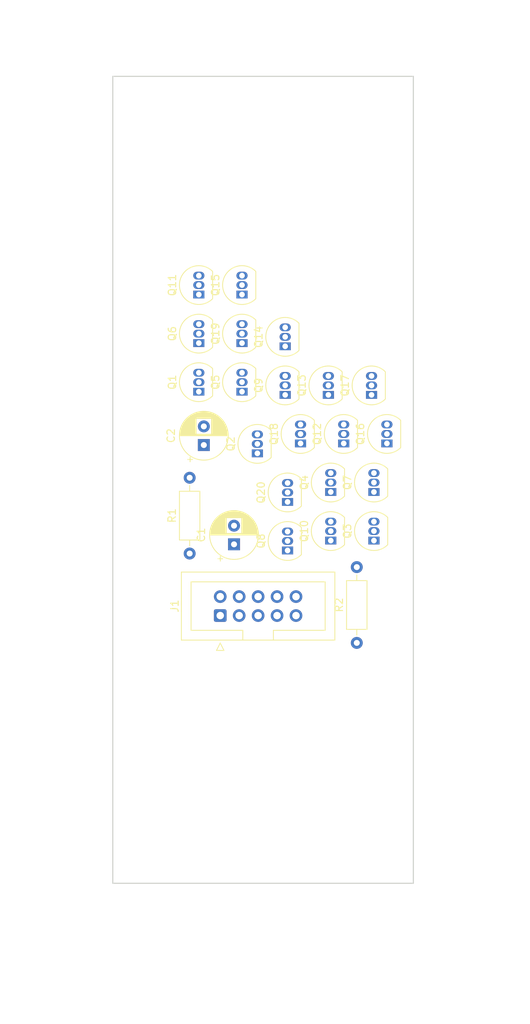
<source format=kicad_pcb>
(kicad_pcb (version 20171130) (host pcbnew 5.1.10)

  (general
    (thickness 1.6)
    (drawings 15)
    (tracks 0)
    (zones 0)
    (modules 29)
    (nets 33)
  )

  (page A4)
  (title_block
    (title "(title)")
    (comment 1 "PCB for panel")
    (comment 2 "(description)")
    (comment 4 "License CC BY 4.0 - Attribution 4.0 International")
  )

  (layers
    (0 F.Cu signal)
    (31 B.Cu signal)
    (32 B.Adhes user)
    (33 F.Adhes user)
    (34 B.Paste user)
    (35 F.Paste user)
    (36 B.SilkS user)
    (37 F.SilkS user)
    (38 B.Mask user)
    (39 F.Mask user)
    (40 Dwgs.User user)
    (41 Cmts.User user)
    (42 Eco1.User user)
    (43 Eco2.User user)
    (44 Edge.Cuts user)
    (45 Margin user)
    (46 B.CrtYd user)
    (47 F.CrtYd user)
    (48 B.Fab user)
    (49 F.Fab user)
  )

  (setup
    (last_trace_width 0.25)
    (user_trace_width 0.381)
    (user_trace_width 0.762)
    (trace_clearance 0.2)
    (zone_clearance 0.508)
    (zone_45_only no)
    (trace_min 0.2)
    (via_size 0.8)
    (via_drill 0.4)
    (via_min_size 0.4)
    (via_min_drill 0.3)
    (uvia_size 0.3)
    (uvia_drill 0.1)
    (uvias_allowed no)
    (uvia_min_size 0.2)
    (uvia_min_drill 0.1)
    (edge_width 0.05)
    (segment_width 0.2)
    (pcb_text_width 0.3)
    (pcb_text_size 1.5 1.5)
    (mod_edge_width 0.12)
    (mod_text_size 1 1)
    (mod_text_width 0.15)
    (pad_size 1.524 1.524)
    (pad_drill 0.762)
    (pad_to_mask_clearance 0)
    (aux_axis_origin 0 0)
    (visible_elements FFFFFF7F)
    (pcbplotparams
      (layerselection 0x010fc_ffffffff)
      (usegerberextensions false)
      (usegerberattributes true)
      (usegerberadvancedattributes true)
      (creategerberjobfile true)
      (excludeedgelayer true)
      (linewidth 0.100000)
      (plotframeref false)
      (viasonmask false)
      (mode 1)
      (useauxorigin false)
      (hpglpennumber 1)
      (hpglpenspeed 20)
      (hpglpendiameter 15.000000)
      (psnegative false)
      (psa4output false)
      (plotreference true)
      (plotvalue true)
      (plotinvisibletext false)
      (padsonsilk false)
      (subtractmaskfromsilk false)
      (outputformat 1)
      (mirror false)
      (drillshape 1)
      (scaleselection 1)
      (outputdirectory ""))
  )

  (net 0 "")
  (net 1 GND)
  (net 2 +15V)
  (net 3 -15V)
  (net 4 +5V)
  (net 5 VP)
  (net 6 VN)
  (net 7 /1_7)
  (net 8 /1_4)
  (net 9 /1_1)
  (net 10 "Net-(Q2-Pad1)")
  (net 11 "Net-(Q2-Pad3)")
  (net 12 /2_6)
  (net 13 /1_6)
  (net 14 "Net-(Q4-Pad1)")
  (net 15 "Net-(Q4-Pad3)")
  (net 16 "Net-(Q6-Pad1)")
  (net 17 "Net-(Q6-Pad3)")
  (net 18 /2_1)
  (net 19 /2_4)
  (net 20 /2_2)
  (net 21 "Net-(Q10-Pad2)")
  (net 22 "Net-(Q9-Pad3)")
  (net 23 /2_3)
  (net 24 "Net-(Q12-Pad2)")
  (net 25 "Net-(Q13-Pad3)")
  (net 26 "Net-(Q14-Pad2)")
  (net 27 "Net-(Q15-Pad3)")
  (net 28 "Net-(Q16-Pad2)")
  (net 29 "Net-(Q17-Pad3)")
  (net 30 "Net-(Q18-Pad2)")
  (net 31 /2_7)
  (net 32 /1_5)

  (net_class Default "This is the default net class."
    (clearance 0.2)
    (trace_width 0.25)
    (via_dia 0.8)
    (via_drill 0.4)
    (uvia_dia 0.3)
    (uvia_drill 0.1)
    (add_net +15V)
    (add_net +5V)
    (add_net -15V)
    (add_net /1_1)
    (add_net /1_4)
    (add_net /1_5)
    (add_net /1_6)
    (add_net /1_7)
    (add_net /2_1)
    (add_net /2_2)
    (add_net /2_3)
    (add_net /2_4)
    (add_net /2_6)
    (add_net /2_7)
    (add_net GND)
    (add_net "Net-(Q10-Pad2)")
    (add_net "Net-(Q12-Pad2)")
    (add_net "Net-(Q13-Pad3)")
    (add_net "Net-(Q14-Pad2)")
    (add_net "Net-(Q15-Pad3)")
    (add_net "Net-(Q16-Pad2)")
    (add_net "Net-(Q17-Pad3)")
    (add_net "Net-(Q18-Pad2)")
    (add_net "Net-(Q2-Pad1)")
    (add_net "Net-(Q2-Pad3)")
    (add_net "Net-(Q4-Pad1)")
    (add_net "Net-(Q4-Pad3)")
    (add_net "Net-(Q6-Pad1)")
    (add_net "Net-(Q6-Pad3)")
    (add_net "Net-(Q9-Pad3)")
    (add_net VN)
    (add_net VP)
  )

  (module Resistor_THT:R_Axial_DIN0207_L6.3mm_D2.5mm_P10.16mm_Horizontal (layer F.Cu) (tedit 5AE5139B) (tstamp 61751EEF)
    (at 83.516 126.753241 90)
    (descr "Resistor, Axial_DIN0207 series, Axial, Horizontal, pin pitch=10.16mm, 0.25W = 1/4W, length*diameter=6.3*2.5mm^2, http://cdn-reichelt.de/documents/datenblatt/B400/1_4W%23YAG.pdf")
    (tags "Resistor Axial_DIN0207 series Axial Horizontal pin pitch 10.16mm 0.25W = 1/4W length 6.3mm diameter 2.5mm")
    (path /5FC69BB1)
    (fp_text reference R2 (at 5.08 -2.37 90) (layer F.SilkS)
      (effects (font (size 1 1) (thickness 0.15)))
    )
    (fp_text value 10 (at 5.08 2.37 90) (layer F.Fab)
      (effects (font (size 1 1) (thickness 0.15)))
    )
    (fp_text user %R (at 5.08 0 90) (layer F.Fab)
      (effects (font (size 1 1) (thickness 0.15)))
    )
    (fp_line (start 1.93 -1.25) (end 1.93 1.25) (layer F.Fab) (width 0.1))
    (fp_line (start 1.93 1.25) (end 8.23 1.25) (layer F.Fab) (width 0.1))
    (fp_line (start 8.23 1.25) (end 8.23 -1.25) (layer F.Fab) (width 0.1))
    (fp_line (start 8.23 -1.25) (end 1.93 -1.25) (layer F.Fab) (width 0.1))
    (fp_line (start 0 0) (end 1.93 0) (layer F.Fab) (width 0.1))
    (fp_line (start 10.16 0) (end 8.23 0) (layer F.Fab) (width 0.1))
    (fp_line (start 1.81 -1.37) (end 1.81 1.37) (layer F.SilkS) (width 0.12))
    (fp_line (start 1.81 1.37) (end 8.35 1.37) (layer F.SilkS) (width 0.12))
    (fp_line (start 8.35 1.37) (end 8.35 -1.37) (layer F.SilkS) (width 0.12))
    (fp_line (start 8.35 -1.37) (end 1.81 -1.37) (layer F.SilkS) (width 0.12))
    (fp_line (start 1.04 0) (end 1.81 0) (layer F.SilkS) (width 0.12))
    (fp_line (start 9.12 0) (end 8.35 0) (layer F.SilkS) (width 0.12))
    (fp_line (start -1.05 -1.5) (end -1.05 1.5) (layer F.CrtYd) (width 0.05))
    (fp_line (start -1.05 1.5) (end 11.21 1.5) (layer F.CrtYd) (width 0.05))
    (fp_line (start 11.21 1.5) (end 11.21 -1.5) (layer F.CrtYd) (width 0.05))
    (fp_line (start 11.21 -1.5) (end -1.05 -1.5) (layer F.CrtYd) (width 0.05))
    (pad 2 thru_hole oval (at 10.16 0 90) (size 1.6 1.6) (drill 0.8) (layers *.Cu *.Mask)
      (net 6 VN))
    (pad 1 thru_hole circle (at 0 0 90) (size 1.6 1.6) (drill 0.8) (layers *.Cu *.Mask)
      (net 3 -15V))
    (model ${KISYS3DMOD}/Resistor_THT.3dshapes/R_Axial_DIN0207_L6.3mm_D2.5mm_P10.16mm_Horizontal.wrl
      (at (xyz 0 0 0))
      (scale (xyz 1 1 1))
      (rotate (xyz 0 0 0))
    )
  )

  (module Resistor_THT:R_Axial_DIN0207_L6.3mm_D2.5mm_P10.16mm_Horizontal (layer F.Cu) (tedit 5AE5139B) (tstamp 61751ED8)
    (at 61.106 114.773241 90)
    (descr "Resistor, Axial_DIN0207 series, Axial, Horizontal, pin pitch=10.16mm, 0.25W = 1/4W, length*diameter=6.3*2.5mm^2, http://cdn-reichelt.de/documents/datenblatt/B400/1_4W%23YAG.pdf")
    (tags "Resistor Axial_DIN0207 series Axial Horizontal pin pitch 10.16mm 0.25W = 1/4W length 6.3mm diameter 2.5mm")
    (path /5FB443E6)
    (fp_text reference R1 (at 5.08 -2.37 90) (layer F.SilkS)
      (effects (font (size 1 1) (thickness 0.15)))
    )
    (fp_text value 10 (at 5.08 2.37 90) (layer F.Fab)
      (effects (font (size 1 1) (thickness 0.15)))
    )
    (fp_text user %R (at 5.08 0 90) (layer F.Fab)
      (effects (font (size 1 1) (thickness 0.15)))
    )
    (fp_line (start 1.93 -1.25) (end 1.93 1.25) (layer F.Fab) (width 0.1))
    (fp_line (start 1.93 1.25) (end 8.23 1.25) (layer F.Fab) (width 0.1))
    (fp_line (start 8.23 1.25) (end 8.23 -1.25) (layer F.Fab) (width 0.1))
    (fp_line (start 8.23 -1.25) (end 1.93 -1.25) (layer F.Fab) (width 0.1))
    (fp_line (start 0 0) (end 1.93 0) (layer F.Fab) (width 0.1))
    (fp_line (start 10.16 0) (end 8.23 0) (layer F.Fab) (width 0.1))
    (fp_line (start 1.81 -1.37) (end 1.81 1.37) (layer F.SilkS) (width 0.12))
    (fp_line (start 1.81 1.37) (end 8.35 1.37) (layer F.SilkS) (width 0.12))
    (fp_line (start 8.35 1.37) (end 8.35 -1.37) (layer F.SilkS) (width 0.12))
    (fp_line (start 8.35 -1.37) (end 1.81 -1.37) (layer F.SilkS) (width 0.12))
    (fp_line (start 1.04 0) (end 1.81 0) (layer F.SilkS) (width 0.12))
    (fp_line (start 9.12 0) (end 8.35 0) (layer F.SilkS) (width 0.12))
    (fp_line (start -1.05 -1.5) (end -1.05 1.5) (layer F.CrtYd) (width 0.05))
    (fp_line (start -1.05 1.5) (end 11.21 1.5) (layer F.CrtYd) (width 0.05))
    (fp_line (start 11.21 1.5) (end 11.21 -1.5) (layer F.CrtYd) (width 0.05))
    (fp_line (start 11.21 -1.5) (end -1.05 -1.5) (layer F.CrtYd) (width 0.05))
    (pad 2 thru_hole oval (at 10.16 0 90) (size 1.6 1.6) (drill 0.8) (layers *.Cu *.Mask)
      (net 5 VP))
    (pad 1 thru_hole circle (at 0 0 90) (size 1.6 1.6) (drill 0.8) (layers *.Cu *.Mask)
      (net 2 +15V))
    (model ${KISYS3DMOD}/Resistor_THT.3dshapes/R_Axial_DIN0207_L6.3mm_D2.5mm_P10.16mm_Horizontal.wrl
      (at (xyz 0 0 0))
      (scale (xyz 1 1 1))
      (rotate (xyz 0 0 0))
    )
  )

  (module Package_TO_SOT_THT:TO-92_Inline (layer F.Cu) (tedit 5A1DD157) (tstamp 61751EC1)
    (at 74.236 107.853241 90)
    (descr "TO-92 leads in-line, narrow, oval pads, drill 0.75mm (see NXP sot054_po.pdf)")
    (tags "to-92 sc-43 sc-43a sot54 PA33 transistor")
    (path /6172F011)
    (fp_text reference Q20 (at 1.27 -3.56 90) (layer F.SilkS)
      (effects (font (size 1 1) (thickness 0.15)))
    )
    (fp_text value BC548 (at 1.27 2.79 90) (layer F.Fab)
      (effects (font (size 1 1) (thickness 0.15)))
    )
    (fp_arc (start 1.27 0) (end 1.27 -2.6) (angle 135) (layer F.SilkS) (width 0.12))
    (fp_arc (start 1.27 0) (end 1.27 -2.48) (angle -135) (layer F.Fab) (width 0.1))
    (fp_arc (start 1.27 0) (end 1.27 -2.6) (angle -135) (layer F.SilkS) (width 0.12))
    (fp_arc (start 1.27 0) (end 1.27 -2.48) (angle 135) (layer F.Fab) (width 0.1))
    (fp_text user %R (at 1.27 0 90) (layer F.Fab)
      (effects (font (size 1 1) (thickness 0.15)))
    )
    (fp_line (start -0.53 1.85) (end 3.07 1.85) (layer F.SilkS) (width 0.12))
    (fp_line (start -0.5 1.75) (end 3 1.75) (layer F.Fab) (width 0.1))
    (fp_line (start -1.46 -2.73) (end 4 -2.73) (layer F.CrtYd) (width 0.05))
    (fp_line (start -1.46 -2.73) (end -1.46 2.01) (layer F.CrtYd) (width 0.05))
    (fp_line (start 4 2.01) (end 4 -2.73) (layer F.CrtYd) (width 0.05))
    (fp_line (start 4 2.01) (end -1.46 2.01) (layer F.CrtYd) (width 0.05))
    (pad 1 thru_hole rect (at 0 0 90) (size 1.05 1.5) (drill 0.75) (layers *.Cu *.Mask)
      (net 13 /1_6))
    (pad 3 thru_hole oval (at 2.54 0 90) (size 1.05 1.5) (drill 0.75) (layers *.Cu *.Mask)
      (net 8 /1_4))
    (pad 2 thru_hole oval (at 1.27 0 90) (size 1.05 1.5) (drill 0.75) (layers *.Cu *.Mask)
      (net 32 /1_5))
    (model ${KISYS3DMOD}/Package_TO_SOT_THT.3dshapes/TO-92_Inline.wrl
      (at (xyz 0 0 0))
      (scale (xyz 1 1 1))
      (rotate (xyz 0 0 0))
    )
  )

  (module Package_TO_SOT_THT:TO-92_Inline (layer F.Cu) (tedit 5A1DD157) (tstamp 61751EAF)
    (at 68.126 86.563241 90)
    (descr "TO-92 leads in-line, narrow, oval pads, drill 0.75mm (see NXP sot054_po.pdf)")
    (tags "to-92 sc-43 sc-43a sot54 PA33 transistor")
    (path /6172F054)
    (fp_text reference Q19 (at 1.27 -3.56 90) (layer F.SilkS)
      (effects (font (size 1 1) (thickness 0.15)))
    )
    (fp_text value BC556 (at 1.27 2.79 90) (layer F.Fab)
      (effects (font (size 1 1) (thickness 0.15)))
    )
    (fp_arc (start 1.27 0) (end 1.27 -2.6) (angle 135) (layer F.SilkS) (width 0.12))
    (fp_arc (start 1.27 0) (end 1.27 -2.48) (angle -135) (layer F.Fab) (width 0.1))
    (fp_arc (start 1.27 0) (end 1.27 -2.6) (angle -135) (layer F.SilkS) (width 0.12))
    (fp_arc (start 1.27 0) (end 1.27 -2.48) (angle 135) (layer F.Fab) (width 0.1))
    (fp_text user %R (at 1.27 0 90) (layer F.Fab)
      (effects (font (size 1 1) (thickness 0.15)))
    )
    (fp_line (start -0.53 1.85) (end 3.07 1.85) (layer F.SilkS) (width 0.12))
    (fp_line (start -0.5 1.75) (end 3 1.75) (layer F.Fab) (width 0.1))
    (fp_line (start -1.46 -2.73) (end 4 -2.73) (layer F.CrtYd) (width 0.05))
    (fp_line (start -1.46 -2.73) (end -1.46 2.01) (layer F.CrtYd) (width 0.05))
    (fp_line (start 4 2.01) (end 4 -2.73) (layer F.CrtYd) (width 0.05))
    (fp_line (start 4 2.01) (end -1.46 2.01) (layer F.CrtYd) (width 0.05))
    (pad 1 thru_hole rect (at 0 0 90) (size 1.05 1.5) (drill 0.75) (layers *.Cu *.Mask)
      (net 30 "Net-(Q18-Pad2)"))
    (pad 3 thru_hole oval (at 2.54 0 90) (size 1.05 1.5) (drill 0.75) (layers *.Cu *.Mask)
      (net 31 /2_7))
    (pad 2 thru_hole oval (at 1.27 0 90) (size 1.05 1.5) (drill 0.75) (layers *.Cu *.Mask)
      (net 12 /2_6))
    (model ${KISYS3DMOD}/Package_TO_SOT_THT.3dshapes/TO-92_Inline.wrl
      (at (xyz 0 0 0))
      (scale (xyz 1 1 1))
      (rotate (xyz 0 0 0))
    )
  )

  (module Package_TO_SOT_THT:TO-92_Inline (layer F.Cu) (tedit 5A1DD157) (tstamp 61751E9D)
    (at 75.976 100.013241 90)
    (descr "TO-92 leads in-line, narrow, oval pads, drill 0.75mm (see NXP sot054_po.pdf)")
    (tags "to-92 sc-43 sc-43a sot54 PA33 transistor")
    (path /6172F01A)
    (fp_text reference Q18 (at 1.27 -3.56 90) (layer F.SilkS)
      (effects (font (size 1 1) (thickness 0.15)))
    )
    (fp_text value BC548 (at 1.27 2.79 90) (layer F.Fab)
      (effects (font (size 1 1) (thickness 0.15)))
    )
    (fp_arc (start 1.27 0) (end 1.27 -2.6) (angle 135) (layer F.SilkS) (width 0.12))
    (fp_arc (start 1.27 0) (end 1.27 -2.48) (angle -135) (layer F.Fab) (width 0.1))
    (fp_arc (start 1.27 0) (end 1.27 -2.6) (angle -135) (layer F.SilkS) (width 0.12))
    (fp_arc (start 1.27 0) (end 1.27 -2.48) (angle 135) (layer F.Fab) (width 0.1))
    (fp_text user %R (at 1.27 0 90) (layer F.Fab)
      (effects (font (size 1 1) (thickness 0.15)))
    )
    (fp_line (start -0.53 1.85) (end 3.07 1.85) (layer F.SilkS) (width 0.12))
    (fp_line (start -0.5 1.75) (end 3 1.75) (layer F.Fab) (width 0.1))
    (fp_line (start -1.46 -2.73) (end 4 -2.73) (layer F.CrtYd) (width 0.05))
    (fp_line (start -1.46 -2.73) (end -1.46 2.01) (layer F.CrtYd) (width 0.05))
    (fp_line (start 4 2.01) (end 4 -2.73) (layer F.CrtYd) (width 0.05))
    (fp_line (start 4 2.01) (end -1.46 2.01) (layer F.CrtYd) (width 0.05))
    (pad 1 thru_hole rect (at 0 0 90) (size 1.05 1.5) (drill 0.75) (layers *.Cu *.Mask)
      (net 7 /1_7))
    (pad 3 thru_hole oval (at 2.54 0 90) (size 1.05 1.5) (drill 0.75) (layers *.Cu *.Mask)
      (net 8 /1_4))
    (pad 2 thru_hole oval (at 1.27 0 90) (size 1.05 1.5) (drill 0.75) (layers *.Cu *.Mask)
      (net 30 "Net-(Q18-Pad2)"))
    (model ${KISYS3DMOD}/Package_TO_SOT_THT.3dshapes/TO-92_Inline.wrl
      (at (xyz 0 0 0))
      (scale (xyz 1 1 1))
      (rotate (xyz 0 0 0))
    )
  )

  (module Package_TO_SOT_THT:TO-92_Inline (layer F.Cu) (tedit 5A1DD157) (tstamp 61751E8B)
    (at 85.496 93.503241 90)
    (descr "TO-92 leads in-line, narrow, oval pads, drill 0.75mm (see NXP sot054_po.pdf)")
    (tags "to-92 sc-43 sc-43a sot54 PA33 transistor")
    (path /6172F063)
    (fp_text reference Q17 (at 1.27 -3.56 90) (layer F.SilkS)
      (effects (font (size 1 1) (thickness 0.15)))
    )
    (fp_text value BC556 (at 1.27 2.79 90) (layer F.Fab)
      (effects (font (size 1 1) (thickness 0.15)))
    )
    (fp_arc (start 1.27 0) (end 1.27 -2.6) (angle 135) (layer F.SilkS) (width 0.12))
    (fp_arc (start 1.27 0) (end 1.27 -2.48) (angle -135) (layer F.Fab) (width 0.1))
    (fp_arc (start 1.27 0) (end 1.27 -2.6) (angle -135) (layer F.SilkS) (width 0.12))
    (fp_arc (start 1.27 0) (end 1.27 -2.48) (angle 135) (layer F.Fab) (width 0.1))
    (fp_text user %R (at 1.27 0 90) (layer F.Fab)
      (effects (font (size 1 1) (thickness 0.15)))
    )
    (fp_line (start -0.53 1.85) (end 3.07 1.85) (layer F.SilkS) (width 0.12))
    (fp_line (start -0.5 1.75) (end 3 1.75) (layer F.Fab) (width 0.1))
    (fp_line (start -1.46 -2.73) (end 4 -2.73) (layer F.CrtYd) (width 0.05))
    (fp_line (start -1.46 -2.73) (end -1.46 2.01) (layer F.CrtYd) (width 0.05))
    (fp_line (start 4 2.01) (end 4 -2.73) (layer F.CrtYd) (width 0.05))
    (fp_line (start 4 2.01) (end -1.46 2.01) (layer F.CrtYd) (width 0.05))
    (pad 1 thru_hole rect (at 0 0 90) (size 1.05 1.5) (drill 0.75) (layers *.Cu *.Mask)
      (net 28 "Net-(Q16-Pad2)"))
    (pad 3 thru_hole oval (at 2.54 0 90) (size 1.05 1.5) (drill 0.75) (layers *.Cu *.Mask)
      (net 29 "Net-(Q17-Pad3)"))
    (pad 2 thru_hole oval (at 1.27 0 90) (size 1.05 1.5) (drill 0.75) (layers *.Cu *.Mask)
      (net 12 /2_6))
    (model ${KISYS3DMOD}/Package_TO_SOT_THT.3dshapes/TO-92_Inline.wrl
      (at (xyz 0 0 0))
      (scale (xyz 1 1 1))
      (rotate (xyz 0 0 0))
    )
  )

  (module Package_TO_SOT_THT:TO-92_Inline (layer F.Cu) (tedit 5A1DD157) (tstamp 61751E79)
    (at 87.556 100.013241 90)
    (descr "TO-92 leads in-line, narrow, oval pads, drill 0.75mm (see NXP sot054_po.pdf)")
    (tags "to-92 sc-43 sc-43a sot54 PA33 transistor")
    (path /6172F02A)
    (fp_text reference Q16 (at 1.27 -3.56 90) (layer F.SilkS)
      (effects (font (size 1 1) (thickness 0.15)))
    )
    (fp_text value BC548 (at 1.27 2.79 90) (layer F.Fab)
      (effects (font (size 1 1) (thickness 0.15)))
    )
    (fp_arc (start 1.27 0) (end 1.27 -2.6) (angle 135) (layer F.SilkS) (width 0.12))
    (fp_arc (start 1.27 0) (end 1.27 -2.48) (angle -135) (layer F.Fab) (width 0.1))
    (fp_arc (start 1.27 0) (end 1.27 -2.6) (angle -135) (layer F.SilkS) (width 0.12))
    (fp_arc (start 1.27 0) (end 1.27 -2.48) (angle 135) (layer F.Fab) (width 0.1))
    (fp_text user %R (at 1.27 0 90) (layer F.Fab)
      (effects (font (size 1 1) (thickness 0.15)))
    )
    (fp_line (start -0.53 1.85) (end 3.07 1.85) (layer F.SilkS) (width 0.12))
    (fp_line (start -0.5 1.75) (end 3 1.75) (layer F.Fab) (width 0.1))
    (fp_line (start -1.46 -2.73) (end 4 -2.73) (layer F.CrtYd) (width 0.05))
    (fp_line (start -1.46 -2.73) (end -1.46 2.01) (layer F.CrtYd) (width 0.05))
    (fp_line (start 4 2.01) (end 4 -2.73) (layer F.CrtYd) (width 0.05))
    (fp_line (start 4 2.01) (end -1.46 2.01) (layer F.CrtYd) (width 0.05))
    (pad 1 thru_hole rect (at 0 0 90) (size 1.05 1.5) (drill 0.75) (layers *.Cu *.Mask)
      (net 13 /1_6))
    (pad 3 thru_hole oval (at 2.54 0 90) (size 1.05 1.5) (drill 0.75) (layers *.Cu *.Mask)
      (net 8 /1_4))
    (pad 2 thru_hole oval (at 1.27 0 90) (size 1.05 1.5) (drill 0.75) (layers *.Cu *.Mask)
      (net 28 "Net-(Q16-Pad2)"))
    (model ${KISYS3DMOD}/Package_TO_SOT_THT.3dshapes/TO-92_Inline.wrl
      (at (xyz 0 0 0))
      (scale (xyz 1 1 1))
      (rotate (xyz 0 0 0))
    )
  )

  (module Package_TO_SOT_THT:TO-92_Inline (layer F.Cu) (tedit 5A1DD157) (tstamp 61751E67)
    (at 68.126 80.053241 90)
    (descr "TO-92 leads in-line, narrow, oval pads, drill 0.75mm (see NXP sot054_po.pdf)")
    (tags "to-92 sc-43 sc-43a sot54 PA33 transistor")
    (path /6172F071)
    (fp_text reference Q15 (at 1.27 -3.56 90) (layer F.SilkS)
      (effects (font (size 1 1) (thickness 0.15)))
    )
    (fp_text value BC556 (at 1.27 2.79 90) (layer F.Fab)
      (effects (font (size 1 1) (thickness 0.15)))
    )
    (fp_arc (start 1.27 0) (end 1.27 -2.6) (angle 135) (layer F.SilkS) (width 0.12))
    (fp_arc (start 1.27 0) (end 1.27 -2.48) (angle -135) (layer F.Fab) (width 0.1))
    (fp_arc (start 1.27 0) (end 1.27 -2.6) (angle -135) (layer F.SilkS) (width 0.12))
    (fp_arc (start 1.27 0) (end 1.27 -2.48) (angle 135) (layer F.Fab) (width 0.1))
    (fp_text user %R (at 1.27 0 90) (layer F.Fab)
      (effects (font (size 1 1) (thickness 0.15)))
    )
    (fp_line (start -0.53 1.85) (end 3.07 1.85) (layer F.SilkS) (width 0.12))
    (fp_line (start -0.5 1.75) (end 3 1.75) (layer F.Fab) (width 0.1))
    (fp_line (start -1.46 -2.73) (end 4 -2.73) (layer F.CrtYd) (width 0.05))
    (fp_line (start -1.46 -2.73) (end -1.46 2.01) (layer F.CrtYd) (width 0.05))
    (fp_line (start 4 2.01) (end 4 -2.73) (layer F.CrtYd) (width 0.05))
    (fp_line (start 4 2.01) (end -1.46 2.01) (layer F.CrtYd) (width 0.05))
    (pad 1 thru_hole rect (at 0 0 90) (size 1.05 1.5) (drill 0.75) (layers *.Cu *.Mask)
      (net 26 "Net-(Q14-Pad2)"))
    (pad 3 thru_hole oval (at 2.54 0 90) (size 1.05 1.5) (drill 0.75) (layers *.Cu *.Mask)
      (net 27 "Net-(Q15-Pad3)"))
    (pad 2 thru_hole oval (at 1.27 0 90) (size 1.05 1.5) (drill 0.75) (layers *.Cu *.Mask)
      (net 12 /2_6))
    (model ${KISYS3DMOD}/Package_TO_SOT_THT.3dshapes/TO-92_Inline.wrl
      (at (xyz 0 0 0))
      (scale (xyz 1 1 1))
      (rotate (xyz 0 0 0))
    )
  )

  (module Package_TO_SOT_THT:TO-92_Inline (layer F.Cu) (tedit 5A1DD157) (tstamp 61751E55)
    (at 73.916 86.993241 90)
    (descr "TO-92 leads in-line, narrow, oval pads, drill 0.75mm (see NXP sot054_po.pdf)")
    (tags "to-92 sc-43 sc-43a sot54 PA33 transistor")
    (path /6172F039)
    (fp_text reference Q14 (at 1.27 -3.56 90) (layer F.SilkS)
      (effects (font (size 1 1) (thickness 0.15)))
    )
    (fp_text value BC548 (at 1.27 2.79 90) (layer F.Fab)
      (effects (font (size 1 1) (thickness 0.15)))
    )
    (fp_arc (start 1.27 0) (end 1.27 -2.6) (angle 135) (layer F.SilkS) (width 0.12))
    (fp_arc (start 1.27 0) (end 1.27 -2.48) (angle -135) (layer F.Fab) (width 0.1))
    (fp_arc (start 1.27 0) (end 1.27 -2.6) (angle -135) (layer F.SilkS) (width 0.12))
    (fp_arc (start 1.27 0) (end 1.27 -2.48) (angle 135) (layer F.Fab) (width 0.1))
    (fp_text user %R (at 1.27 0 90) (layer F.Fab)
      (effects (font (size 1 1) (thickness 0.15)))
    )
    (fp_line (start -0.53 1.85) (end 3.07 1.85) (layer F.SilkS) (width 0.12))
    (fp_line (start -0.5 1.75) (end 3 1.75) (layer F.Fab) (width 0.1))
    (fp_line (start -1.46 -2.73) (end 4 -2.73) (layer F.CrtYd) (width 0.05))
    (fp_line (start -1.46 -2.73) (end -1.46 2.01) (layer F.CrtYd) (width 0.05))
    (fp_line (start 4 2.01) (end 4 -2.73) (layer F.CrtYd) (width 0.05))
    (fp_line (start 4 2.01) (end -1.46 2.01) (layer F.CrtYd) (width 0.05))
    (pad 1 thru_hole rect (at 0 0 90) (size 1.05 1.5) (drill 0.75) (layers *.Cu *.Mask)
      (net 7 /1_7))
    (pad 3 thru_hole oval (at 2.54 0 90) (size 1.05 1.5) (drill 0.75) (layers *.Cu *.Mask)
      (net 8 /1_4))
    (pad 2 thru_hole oval (at 1.27 0 90) (size 1.05 1.5) (drill 0.75) (layers *.Cu *.Mask)
      (net 26 "Net-(Q14-Pad2)"))
    (model ${KISYS3DMOD}/Package_TO_SOT_THT.3dshapes/TO-92_Inline.wrl
      (at (xyz 0 0 0))
      (scale (xyz 1 1 1))
      (rotate (xyz 0 0 0))
    )
  )

  (module Package_TO_SOT_THT:TO-92_Inline (layer F.Cu) (tedit 5A1DD157) (tstamp 61751E43)
    (at 79.706 93.503241 90)
    (descr "TO-92 leads in-line, narrow, oval pads, drill 0.75mm (see NXP sot054_po.pdf)")
    (tags "to-92 sc-43 sc-43a sot54 PA33 transistor")
    (path /6172F07F)
    (fp_text reference Q13 (at 1.27 -3.56 90) (layer F.SilkS)
      (effects (font (size 1 1) (thickness 0.15)))
    )
    (fp_text value BC556 (at 1.27 2.79 90) (layer F.Fab)
      (effects (font (size 1 1) (thickness 0.15)))
    )
    (fp_arc (start 1.27 0) (end 1.27 -2.6) (angle 135) (layer F.SilkS) (width 0.12))
    (fp_arc (start 1.27 0) (end 1.27 -2.48) (angle -135) (layer F.Fab) (width 0.1))
    (fp_arc (start 1.27 0) (end 1.27 -2.6) (angle -135) (layer F.SilkS) (width 0.12))
    (fp_arc (start 1.27 0) (end 1.27 -2.48) (angle 135) (layer F.Fab) (width 0.1))
    (fp_text user %R (at 1.27 0 90) (layer F.Fab)
      (effects (font (size 1 1) (thickness 0.15)))
    )
    (fp_line (start -0.53 1.85) (end 3.07 1.85) (layer F.SilkS) (width 0.12))
    (fp_line (start -0.5 1.75) (end 3 1.75) (layer F.Fab) (width 0.1))
    (fp_line (start -1.46 -2.73) (end 4 -2.73) (layer F.CrtYd) (width 0.05))
    (fp_line (start -1.46 -2.73) (end -1.46 2.01) (layer F.CrtYd) (width 0.05))
    (fp_line (start 4 2.01) (end 4 -2.73) (layer F.CrtYd) (width 0.05))
    (fp_line (start 4 2.01) (end -1.46 2.01) (layer F.CrtYd) (width 0.05))
    (pad 1 thru_hole rect (at 0 0 90) (size 1.05 1.5) (drill 0.75) (layers *.Cu *.Mask)
      (net 24 "Net-(Q12-Pad2)"))
    (pad 3 thru_hole oval (at 2.54 0 90) (size 1.05 1.5) (drill 0.75) (layers *.Cu *.Mask)
      (net 25 "Net-(Q13-Pad3)"))
    (pad 2 thru_hole oval (at 1.27 0 90) (size 1.05 1.5) (drill 0.75) (layers *.Cu *.Mask)
      (net 12 /2_6))
    (model ${KISYS3DMOD}/Package_TO_SOT_THT.3dshapes/TO-92_Inline.wrl
      (at (xyz 0 0 0))
      (scale (xyz 1 1 1))
      (rotate (xyz 0 0 0))
    )
  )

  (module Package_TO_SOT_THT:TO-92_Inline (layer F.Cu) (tedit 5A1DD157) (tstamp 61751E31)
    (at 81.766 100.013241 90)
    (descr "TO-92 leads in-line, narrow, oval pads, drill 0.75mm (see NXP sot054_po.pdf)")
    (tags "to-92 sc-43 sc-43a sot54 PA33 transistor")
    (path /6172F048)
    (fp_text reference Q12 (at 1.27 -3.56 90) (layer F.SilkS)
      (effects (font (size 1 1) (thickness 0.15)))
    )
    (fp_text value BC548 (at 1.27 2.79 90) (layer F.Fab)
      (effects (font (size 1 1) (thickness 0.15)))
    )
    (fp_arc (start 1.27 0) (end 1.27 -2.6) (angle 135) (layer F.SilkS) (width 0.12))
    (fp_arc (start 1.27 0) (end 1.27 -2.48) (angle -135) (layer F.Fab) (width 0.1))
    (fp_arc (start 1.27 0) (end 1.27 -2.6) (angle -135) (layer F.SilkS) (width 0.12))
    (fp_arc (start 1.27 0) (end 1.27 -2.48) (angle 135) (layer F.Fab) (width 0.1))
    (fp_text user %R (at 1.27 0 90) (layer F.Fab)
      (effects (font (size 1 1) (thickness 0.15)))
    )
    (fp_line (start -0.53 1.85) (end 3.07 1.85) (layer F.SilkS) (width 0.12))
    (fp_line (start -0.5 1.75) (end 3 1.75) (layer F.Fab) (width 0.1))
    (fp_line (start -1.46 -2.73) (end 4 -2.73) (layer F.CrtYd) (width 0.05))
    (fp_line (start -1.46 -2.73) (end -1.46 2.01) (layer F.CrtYd) (width 0.05))
    (fp_line (start 4 2.01) (end 4 -2.73) (layer F.CrtYd) (width 0.05))
    (fp_line (start 4 2.01) (end -1.46 2.01) (layer F.CrtYd) (width 0.05))
    (pad 1 thru_hole rect (at 0 0 90) (size 1.05 1.5) (drill 0.75) (layers *.Cu *.Mask)
      (net 13 /1_6))
    (pad 3 thru_hole oval (at 2.54 0 90) (size 1.05 1.5) (drill 0.75) (layers *.Cu *.Mask)
      (net 8 /1_4))
    (pad 2 thru_hole oval (at 1.27 0 90) (size 1.05 1.5) (drill 0.75) (layers *.Cu *.Mask)
      (net 24 "Net-(Q12-Pad2)"))
    (model ${KISYS3DMOD}/Package_TO_SOT_THT.3dshapes/TO-92_Inline.wrl
      (at (xyz 0 0 0))
      (scale (xyz 1 1 1))
      (rotate (xyz 0 0 0))
    )
  )

  (module Package_TO_SOT_THT:TO-92_Inline (layer F.Cu) (tedit 5A1DD157) (tstamp 61751E1F)
    (at 62.336 80.053241 90)
    (descr "TO-92 leads in-line, narrow, oval pads, drill 0.75mm (see NXP sot054_po.pdf)")
    (tags "to-92 sc-43 sc-43a sot54 PA33 transistor")
    (path /617C0C18)
    (fp_text reference Q11 (at 1.27 -3.56 90) (layer F.SilkS)
      (effects (font (size 1 1) (thickness 0.15)))
    )
    (fp_text value BC548 (at 1.27 2.79 90) (layer F.Fab)
      (effects (font (size 1 1) (thickness 0.15)))
    )
    (fp_arc (start 1.27 0) (end 1.27 -2.6) (angle 135) (layer F.SilkS) (width 0.12))
    (fp_arc (start 1.27 0) (end 1.27 -2.48) (angle -135) (layer F.Fab) (width 0.1))
    (fp_arc (start 1.27 0) (end 1.27 -2.6) (angle -135) (layer F.SilkS) (width 0.12))
    (fp_arc (start 1.27 0) (end 1.27 -2.48) (angle 135) (layer F.Fab) (width 0.1))
    (fp_text user %R (at 1.27 0 90) (layer F.Fab)
      (effects (font (size 1 1) (thickness 0.15)))
    )
    (fp_line (start -0.53 1.85) (end 3.07 1.85) (layer F.SilkS) (width 0.12))
    (fp_line (start -0.5 1.75) (end 3 1.75) (layer F.Fab) (width 0.1))
    (fp_line (start -1.46 -2.73) (end 4 -2.73) (layer F.CrtYd) (width 0.05))
    (fp_line (start -1.46 -2.73) (end -1.46 2.01) (layer F.CrtYd) (width 0.05))
    (fp_line (start 4 2.01) (end 4 -2.73) (layer F.CrtYd) (width 0.05))
    (fp_line (start 4 2.01) (end -1.46 2.01) (layer F.CrtYd) (width 0.05))
    (pad 1 thru_hole rect (at 0 0 90) (size 1.05 1.5) (drill 0.75) (layers *.Cu *.Mask)
      (net 8 /1_4))
    (pad 3 thru_hole oval (at 2.54 0 90) (size 1.05 1.5) (drill 0.75) (layers *.Cu *.Mask)
      (net 19 /2_4))
    (pad 2 thru_hole oval (at 1.27 0 90) (size 1.05 1.5) (drill 0.75) (layers *.Cu *.Mask)
      (net 23 /2_3))
    (model ${KISYS3DMOD}/Package_TO_SOT_THT.3dshapes/TO-92_Inline.wrl
      (at (xyz 0 0 0))
      (scale (xyz 1 1 1))
      (rotate (xyz 0 0 0))
    )
  )

  (module Package_TO_SOT_THT:TO-92_Inline (layer F.Cu) (tedit 5A1DD157) (tstamp 61751E0D)
    (at 80.026 113.033241 90)
    (descr "TO-92 leads in-line, narrow, oval pads, drill 0.75mm (see NXP sot054_po.pdf)")
    (tags "to-92 sc-43 sc-43a sot54 PA33 transistor")
    (path /6171A383)
    (fp_text reference Q10 (at 1.27 -3.56 90) (layer F.SilkS)
      (effects (font (size 1 1) (thickness 0.15)))
    )
    (fp_text value BC548 (at 1.27 2.79 90) (layer F.Fab)
      (effects (font (size 1 1) (thickness 0.15)))
    )
    (fp_arc (start 1.27 0) (end 1.27 -2.6) (angle 135) (layer F.SilkS) (width 0.12))
    (fp_arc (start 1.27 0) (end 1.27 -2.48) (angle -135) (layer F.Fab) (width 0.1))
    (fp_arc (start 1.27 0) (end 1.27 -2.6) (angle -135) (layer F.SilkS) (width 0.12))
    (fp_arc (start 1.27 0) (end 1.27 -2.48) (angle 135) (layer F.Fab) (width 0.1))
    (fp_text user %R (at 1.27 0 90) (layer F.Fab)
      (effects (font (size 1 1) (thickness 0.15)))
    )
    (fp_line (start -0.53 1.85) (end 3.07 1.85) (layer F.SilkS) (width 0.12))
    (fp_line (start -0.5 1.75) (end 3 1.75) (layer F.Fab) (width 0.1))
    (fp_line (start -1.46 -2.73) (end 4 -2.73) (layer F.CrtYd) (width 0.05))
    (fp_line (start -1.46 -2.73) (end -1.46 2.01) (layer F.CrtYd) (width 0.05))
    (fp_line (start 4 2.01) (end 4 -2.73) (layer F.CrtYd) (width 0.05))
    (fp_line (start 4 2.01) (end -1.46 2.01) (layer F.CrtYd) (width 0.05))
    (pad 1 thru_hole rect (at 0 0 90) (size 1.05 1.5) (drill 0.75) (layers *.Cu *.Mask)
      (net 7 /1_7))
    (pad 3 thru_hole oval (at 2.54 0 90) (size 1.05 1.5) (drill 0.75) (layers *.Cu *.Mask)
      (net 8 /1_4))
    (pad 2 thru_hole oval (at 1.27 0 90) (size 1.05 1.5) (drill 0.75) (layers *.Cu *.Mask)
      (net 21 "Net-(Q10-Pad2)"))
    (model ${KISYS3DMOD}/Package_TO_SOT_THT.3dshapes/TO-92_Inline.wrl
      (at (xyz 0 0 0))
      (scale (xyz 1 1 1))
      (rotate (xyz 0 0 0))
    )
  )

  (module Package_TO_SOT_THT:TO-92_Inline (layer F.Cu) (tedit 5A1DD157) (tstamp 61751DFB)
    (at 73.916 93.503241 90)
    (descr "TO-92 leads in-line, narrow, oval pads, drill 0.75mm (see NXP sot054_po.pdf)")
    (tags "to-92 sc-43 sc-43a sot54 PA33 transistor")
    (path /6172408B)
    (fp_text reference Q9 (at 1.27 -3.56 90) (layer F.SilkS)
      (effects (font (size 1 1) (thickness 0.15)))
    )
    (fp_text value BC556 (at 1.27 2.79 90) (layer F.Fab)
      (effects (font (size 1 1) (thickness 0.15)))
    )
    (fp_arc (start 1.27 0) (end 1.27 -2.6) (angle 135) (layer F.SilkS) (width 0.12))
    (fp_arc (start 1.27 0) (end 1.27 -2.48) (angle -135) (layer F.Fab) (width 0.1))
    (fp_arc (start 1.27 0) (end 1.27 -2.6) (angle -135) (layer F.SilkS) (width 0.12))
    (fp_arc (start 1.27 0) (end 1.27 -2.48) (angle 135) (layer F.Fab) (width 0.1))
    (fp_text user %R (at 1.27 0 90) (layer F.Fab)
      (effects (font (size 1 1) (thickness 0.15)))
    )
    (fp_line (start -0.53 1.85) (end 3.07 1.85) (layer F.SilkS) (width 0.12))
    (fp_line (start -0.5 1.75) (end 3 1.75) (layer F.Fab) (width 0.1))
    (fp_line (start -1.46 -2.73) (end 4 -2.73) (layer F.CrtYd) (width 0.05))
    (fp_line (start -1.46 -2.73) (end -1.46 2.01) (layer F.CrtYd) (width 0.05))
    (fp_line (start 4 2.01) (end 4 -2.73) (layer F.CrtYd) (width 0.05))
    (fp_line (start 4 2.01) (end -1.46 2.01) (layer F.CrtYd) (width 0.05))
    (pad 1 thru_hole rect (at 0 0 90) (size 1.05 1.5) (drill 0.75) (layers *.Cu *.Mask)
      (net 21 "Net-(Q10-Pad2)"))
    (pad 3 thru_hole oval (at 2.54 0 90) (size 1.05 1.5) (drill 0.75) (layers *.Cu *.Mask)
      (net 22 "Net-(Q9-Pad3)"))
    (pad 2 thru_hole oval (at 1.27 0 90) (size 1.05 1.5) (drill 0.75) (layers *.Cu *.Mask)
      (net 12 /2_6))
    (model ${KISYS3DMOD}/Package_TO_SOT_THT.3dshapes/TO-92_Inline.wrl
      (at (xyz 0 0 0))
      (scale (xyz 1 1 1))
      (rotate (xyz 0 0 0))
    )
  )

  (module Package_TO_SOT_THT:TO-92_Inline (layer F.Cu) (tedit 5A1DD157) (tstamp 61751DE9)
    (at 74.236 114.363241 90)
    (descr "TO-92 leads in-line, narrow, oval pads, drill 0.75mm (see NXP sot054_po.pdf)")
    (tags "to-92 sc-43 sc-43a sot54 PA33 transistor")
    (path /617C02C5)
    (fp_text reference Q8 (at 1.27 -3.56 90) (layer F.SilkS)
      (effects (font (size 1 1) (thickness 0.15)))
    )
    (fp_text value BC548 (at 1.27 2.79 90) (layer F.Fab)
      (effects (font (size 1 1) (thickness 0.15)))
    )
    (fp_arc (start 1.27 0) (end 1.27 -2.6) (angle 135) (layer F.SilkS) (width 0.12))
    (fp_arc (start 1.27 0) (end 1.27 -2.48) (angle -135) (layer F.Fab) (width 0.1))
    (fp_arc (start 1.27 0) (end 1.27 -2.6) (angle -135) (layer F.SilkS) (width 0.12))
    (fp_arc (start 1.27 0) (end 1.27 -2.48) (angle 135) (layer F.Fab) (width 0.1))
    (fp_text user %R (at 1.27 0 90) (layer F.Fab)
      (effects (font (size 1 1) (thickness 0.15)))
    )
    (fp_line (start -0.53 1.85) (end 3.07 1.85) (layer F.SilkS) (width 0.12))
    (fp_line (start -0.5 1.75) (end 3 1.75) (layer F.Fab) (width 0.1))
    (fp_line (start -1.46 -2.73) (end 4 -2.73) (layer F.CrtYd) (width 0.05))
    (fp_line (start -1.46 -2.73) (end -1.46 2.01) (layer F.CrtYd) (width 0.05))
    (fp_line (start 4 2.01) (end 4 -2.73) (layer F.CrtYd) (width 0.05))
    (fp_line (start 4 2.01) (end -1.46 2.01) (layer F.CrtYd) (width 0.05))
    (pad 1 thru_hole rect (at 0 0 90) (size 1.05 1.5) (drill 0.75) (layers *.Cu *.Mask)
      (net 18 /2_1))
    (pad 3 thru_hole oval (at 2.54 0 90) (size 1.05 1.5) (drill 0.75) (layers *.Cu *.Mask)
      (net 19 /2_4))
    (pad 2 thru_hole oval (at 1.27 0 90) (size 1.05 1.5) (drill 0.75) (layers *.Cu *.Mask)
      (net 20 /2_2))
    (model ${KISYS3DMOD}/Package_TO_SOT_THT.3dshapes/TO-92_Inline.wrl
      (at (xyz 0 0 0))
      (scale (xyz 1 1 1))
      (rotate (xyz 0 0 0))
    )
  )

  (module Package_TO_SOT_THT:TO-92_Inline (layer F.Cu) (tedit 5A1DD157) (tstamp 61751DD7)
    (at 85.816 106.523241 90)
    (descr "TO-92 leads in-line, narrow, oval pads, drill 0.75mm (see NXP sot054_po.pdf)")
    (tags "to-92 sc-43 sc-43a sot54 PA33 transistor")
    (path /617184D6)
    (fp_text reference Q7 (at 1.27 -3.56 90) (layer F.SilkS)
      (effects (font (size 1 1) (thickness 0.15)))
    )
    (fp_text value BC548 (at 1.27 2.79 90) (layer F.Fab)
      (effects (font (size 1 1) (thickness 0.15)))
    )
    (fp_arc (start 1.27 0) (end 1.27 -2.6) (angle 135) (layer F.SilkS) (width 0.12))
    (fp_arc (start 1.27 0) (end 1.27 -2.48) (angle -135) (layer F.Fab) (width 0.1))
    (fp_arc (start 1.27 0) (end 1.27 -2.6) (angle -135) (layer F.SilkS) (width 0.12))
    (fp_arc (start 1.27 0) (end 1.27 -2.48) (angle 135) (layer F.Fab) (width 0.1))
    (fp_text user %R (at 1.27 0 90) (layer F.Fab)
      (effects (font (size 1 1) (thickness 0.15)))
    )
    (fp_line (start -0.53 1.85) (end 3.07 1.85) (layer F.SilkS) (width 0.12))
    (fp_line (start -0.5 1.75) (end 3 1.75) (layer F.Fab) (width 0.1))
    (fp_line (start -1.46 -2.73) (end 4 -2.73) (layer F.CrtYd) (width 0.05))
    (fp_line (start -1.46 -2.73) (end -1.46 2.01) (layer F.CrtYd) (width 0.05))
    (fp_line (start 4 2.01) (end 4 -2.73) (layer F.CrtYd) (width 0.05))
    (fp_line (start 4 2.01) (end -1.46 2.01) (layer F.CrtYd) (width 0.05))
    (pad 1 thru_hole rect (at 0 0 90) (size 1.05 1.5) (drill 0.75) (layers *.Cu *.Mask)
      (net 13 /1_6))
    (pad 3 thru_hole oval (at 2.54 0 90) (size 1.05 1.5) (drill 0.75) (layers *.Cu *.Mask)
      (net 8 /1_4))
    (pad 2 thru_hole oval (at 1.27 0 90) (size 1.05 1.5) (drill 0.75) (layers *.Cu *.Mask)
      (net 16 "Net-(Q6-Pad1)"))
    (model ${KISYS3DMOD}/Package_TO_SOT_THT.3dshapes/TO-92_Inline.wrl
      (at (xyz 0 0 0))
      (scale (xyz 1 1 1))
      (rotate (xyz 0 0 0))
    )
  )

  (module Package_TO_SOT_THT:TO-92_Inline (layer F.Cu) (tedit 5A1DD157) (tstamp 61751DC5)
    (at 62.336 86.563241 90)
    (descr "TO-92 leads in-line, narrow, oval pads, drill 0.75mm (see NXP sot054_po.pdf)")
    (tags "to-92 sc-43 sc-43a sot54 PA33 transistor")
    (path /617233C6)
    (fp_text reference Q6 (at 1.27 -3.56 90) (layer F.SilkS)
      (effects (font (size 1 1) (thickness 0.15)))
    )
    (fp_text value BC556 (at 1.27 2.79 90) (layer F.Fab)
      (effects (font (size 1 1) (thickness 0.15)))
    )
    (fp_arc (start 1.27 0) (end 1.27 -2.6) (angle 135) (layer F.SilkS) (width 0.12))
    (fp_arc (start 1.27 0) (end 1.27 -2.48) (angle -135) (layer F.Fab) (width 0.1))
    (fp_arc (start 1.27 0) (end 1.27 -2.6) (angle -135) (layer F.SilkS) (width 0.12))
    (fp_arc (start 1.27 0) (end 1.27 -2.48) (angle 135) (layer F.Fab) (width 0.1))
    (fp_text user %R (at 1.27 0 90) (layer F.Fab)
      (effects (font (size 1 1) (thickness 0.15)))
    )
    (fp_line (start -0.53 1.85) (end 3.07 1.85) (layer F.SilkS) (width 0.12))
    (fp_line (start -0.5 1.75) (end 3 1.75) (layer F.Fab) (width 0.1))
    (fp_line (start -1.46 -2.73) (end 4 -2.73) (layer F.CrtYd) (width 0.05))
    (fp_line (start -1.46 -2.73) (end -1.46 2.01) (layer F.CrtYd) (width 0.05))
    (fp_line (start 4 2.01) (end 4 -2.73) (layer F.CrtYd) (width 0.05))
    (fp_line (start 4 2.01) (end -1.46 2.01) (layer F.CrtYd) (width 0.05))
    (pad 1 thru_hole rect (at 0 0 90) (size 1.05 1.5) (drill 0.75) (layers *.Cu *.Mask)
      (net 16 "Net-(Q6-Pad1)"))
    (pad 3 thru_hole oval (at 2.54 0 90) (size 1.05 1.5) (drill 0.75) (layers *.Cu *.Mask)
      (net 17 "Net-(Q6-Pad3)"))
    (pad 2 thru_hole oval (at 1.27 0 90) (size 1.05 1.5) (drill 0.75) (layers *.Cu *.Mask)
      (net 12 /2_6))
    (model ${KISYS3DMOD}/Package_TO_SOT_THT.3dshapes/TO-92_Inline.wrl
      (at (xyz 0 0 0))
      (scale (xyz 1 1 1))
      (rotate (xyz 0 0 0))
    )
  )

  (module Package_TO_SOT_THT:TO-92_Inline (layer F.Cu) (tedit 5A1DD157) (tstamp 61751DB3)
    (at 68.126 93.073241 90)
    (descr "TO-92 leads in-line, narrow, oval pads, drill 0.75mm (see NXP sot054_po.pdf)")
    (tags "to-92 sc-43 sc-43a sot54 PA33 transistor")
    (path /61717692)
    (fp_text reference Q5 (at 1.27 -3.56 90) (layer F.SilkS)
      (effects (font (size 1 1) (thickness 0.15)))
    )
    (fp_text value BC548 (at 1.27 2.79 90) (layer F.Fab)
      (effects (font (size 1 1) (thickness 0.15)))
    )
    (fp_arc (start 1.27 0) (end 1.27 -2.6) (angle 135) (layer F.SilkS) (width 0.12))
    (fp_arc (start 1.27 0) (end 1.27 -2.48) (angle -135) (layer F.Fab) (width 0.1))
    (fp_arc (start 1.27 0) (end 1.27 -2.6) (angle -135) (layer F.SilkS) (width 0.12))
    (fp_arc (start 1.27 0) (end 1.27 -2.48) (angle 135) (layer F.Fab) (width 0.1))
    (fp_text user %R (at 1.27 0 90) (layer F.Fab)
      (effects (font (size 1 1) (thickness 0.15)))
    )
    (fp_line (start -0.53 1.85) (end 3.07 1.85) (layer F.SilkS) (width 0.12))
    (fp_line (start -0.5 1.75) (end 3 1.75) (layer F.Fab) (width 0.1))
    (fp_line (start -1.46 -2.73) (end 4 -2.73) (layer F.CrtYd) (width 0.05))
    (fp_line (start -1.46 -2.73) (end -1.46 2.01) (layer F.CrtYd) (width 0.05))
    (fp_line (start 4 2.01) (end 4 -2.73) (layer F.CrtYd) (width 0.05))
    (fp_line (start 4 2.01) (end -1.46 2.01) (layer F.CrtYd) (width 0.05))
    (pad 1 thru_hole rect (at 0 0 90) (size 1.05 1.5) (drill 0.75) (layers *.Cu *.Mask)
      (net 7 /1_7))
    (pad 3 thru_hole oval (at 2.54 0 90) (size 1.05 1.5) (drill 0.75) (layers *.Cu *.Mask)
      (net 8 /1_4))
    (pad 2 thru_hole oval (at 1.27 0 90) (size 1.05 1.5) (drill 0.75) (layers *.Cu *.Mask)
      (net 14 "Net-(Q4-Pad1)"))
    (model ${KISYS3DMOD}/Package_TO_SOT_THT.3dshapes/TO-92_Inline.wrl
      (at (xyz 0 0 0))
      (scale (xyz 1 1 1))
      (rotate (xyz 0 0 0))
    )
  )

  (module Package_TO_SOT_THT:TO-92_Inline (layer F.Cu) (tedit 5A1DD157) (tstamp 61751DA1)
    (at 80.026 106.523241 90)
    (descr "TO-92 leads in-line, narrow, oval pads, drill 0.75mm (see NXP sot054_po.pdf)")
    (tags "to-92 sc-43 sc-43a sot54 PA33 transistor")
    (path /61722533)
    (fp_text reference Q4 (at 1.27 -3.56 90) (layer F.SilkS)
      (effects (font (size 1 1) (thickness 0.15)))
    )
    (fp_text value BC556 (at 1.27 2.79 90) (layer F.Fab)
      (effects (font (size 1 1) (thickness 0.15)))
    )
    (fp_arc (start 1.27 0) (end 1.27 -2.6) (angle 135) (layer F.SilkS) (width 0.12))
    (fp_arc (start 1.27 0) (end 1.27 -2.48) (angle -135) (layer F.Fab) (width 0.1))
    (fp_arc (start 1.27 0) (end 1.27 -2.6) (angle -135) (layer F.SilkS) (width 0.12))
    (fp_arc (start 1.27 0) (end 1.27 -2.48) (angle 135) (layer F.Fab) (width 0.1))
    (fp_text user %R (at 1.27 0 90) (layer F.Fab)
      (effects (font (size 1 1) (thickness 0.15)))
    )
    (fp_line (start -0.53 1.85) (end 3.07 1.85) (layer F.SilkS) (width 0.12))
    (fp_line (start -0.5 1.75) (end 3 1.75) (layer F.Fab) (width 0.1))
    (fp_line (start -1.46 -2.73) (end 4 -2.73) (layer F.CrtYd) (width 0.05))
    (fp_line (start -1.46 -2.73) (end -1.46 2.01) (layer F.CrtYd) (width 0.05))
    (fp_line (start 4 2.01) (end 4 -2.73) (layer F.CrtYd) (width 0.05))
    (fp_line (start 4 2.01) (end -1.46 2.01) (layer F.CrtYd) (width 0.05))
    (pad 1 thru_hole rect (at 0 0 90) (size 1.05 1.5) (drill 0.75) (layers *.Cu *.Mask)
      (net 14 "Net-(Q4-Pad1)"))
    (pad 3 thru_hole oval (at 2.54 0 90) (size 1.05 1.5) (drill 0.75) (layers *.Cu *.Mask)
      (net 15 "Net-(Q4-Pad3)"))
    (pad 2 thru_hole oval (at 1.27 0 90) (size 1.05 1.5) (drill 0.75) (layers *.Cu *.Mask)
      (net 12 /2_6))
    (model ${KISYS3DMOD}/Package_TO_SOT_THT.3dshapes/TO-92_Inline.wrl
      (at (xyz 0 0 0))
      (scale (xyz 1 1 1))
      (rotate (xyz 0 0 0))
    )
  )

  (module Package_TO_SOT_THT:TO-92_Inline (layer F.Cu) (tedit 5A1DD157) (tstamp 61751D8F)
    (at 85.816 113.033241 90)
    (descr "TO-92 leads in-line, narrow, oval pads, drill 0.75mm (see NXP sot054_po.pdf)")
    (tags "to-92 sc-43 sc-43a sot54 PA33 transistor")
    (path /617156B5)
    (fp_text reference Q3 (at 1.27 -3.56 90) (layer F.SilkS)
      (effects (font (size 1 1) (thickness 0.15)))
    )
    (fp_text value BC548 (at 1.27 2.79 90) (layer F.Fab)
      (effects (font (size 1 1) (thickness 0.15)))
    )
    (fp_arc (start 1.27 0) (end 1.27 -2.6) (angle 135) (layer F.SilkS) (width 0.12))
    (fp_arc (start 1.27 0) (end 1.27 -2.48) (angle -135) (layer F.Fab) (width 0.1))
    (fp_arc (start 1.27 0) (end 1.27 -2.6) (angle -135) (layer F.SilkS) (width 0.12))
    (fp_arc (start 1.27 0) (end 1.27 -2.48) (angle 135) (layer F.Fab) (width 0.1))
    (fp_text user %R (at 1.27 0 90) (layer F.Fab)
      (effects (font (size 1 1) (thickness 0.15)))
    )
    (fp_line (start -0.53 1.85) (end 3.07 1.85) (layer F.SilkS) (width 0.12))
    (fp_line (start -0.5 1.75) (end 3 1.75) (layer F.Fab) (width 0.1))
    (fp_line (start -1.46 -2.73) (end 4 -2.73) (layer F.CrtYd) (width 0.05))
    (fp_line (start -1.46 -2.73) (end -1.46 2.01) (layer F.CrtYd) (width 0.05))
    (fp_line (start 4 2.01) (end 4 -2.73) (layer F.CrtYd) (width 0.05))
    (fp_line (start 4 2.01) (end -1.46 2.01) (layer F.CrtYd) (width 0.05))
    (pad 1 thru_hole rect (at 0 0 90) (size 1.05 1.5) (drill 0.75) (layers *.Cu *.Mask)
      (net 13 /1_6))
    (pad 3 thru_hole oval (at 2.54 0 90) (size 1.05 1.5) (drill 0.75) (layers *.Cu *.Mask)
      (net 8 /1_4))
    (pad 2 thru_hole oval (at 1.27 0 90) (size 1.05 1.5) (drill 0.75) (layers *.Cu *.Mask)
      (net 10 "Net-(Q2-Pad1)"))
    (model ${KISYS3DMOD}/Package_TO_SOT_THT.3dshapes/TO-92_Inline.wrl
      (at (xyz 0 0 0))
      (scale (xyz 1 1 1))
      (rotate (xyz 0 0 0))
    )
  )

  (module Package_TO_SOT_THT:TO-92_Inline (layer F.Cu) (tedit 5A1DD157) (tstamp 61751D7D)
    (at 70.186 101.343241 90)
    (descr "TO-92 leads in-line, narrow, oval pads, drill 0.75mm (see NXP sot054_po.pdf)")
    (tags "to-92 sc-43 sc-43a sot54 PA33 transistor")
    (path /6171B907)
    (fp_text reference Q2 (at 1.27 -3.56 90) (layer F.SilkS)
      (effects (font (size 1 1) (thickness 0.15)))
    )
    (fp_text value BC556 (at 1.27 2.79 90) (layer F.Fab)
      (effects (font (size 1 1) (thickness 0.15)))
    )
    (fp_arc (start 1.27 0) (end 1.27 -2.6) (angle 135) (layer F.SilkS) (width 0.12))
    (fp_arc (start 1.27 0) (end 1.27 -2.48) (angle -135) (layer F.Fab) (width 0.1))
    (fp_arc (start 1.27 0) (end 1.27 -2.6) (angle -135) (layer F.SilkS) (width 0.12))
    (fp_arc (start 1.27 0) (end 1.27 -2.48) (angle 135) (layer F.Fab) (width 0.1))
    (fp_text user %R (at 1.27 0 90) (layer F.Fab)
      (effects (font (size 1 1) (thickness 0.15)))
    )
    (fp_line (start -0.53 1.85) (end 3.07 1.85) (layer F.SilkS) (width 0.12))
    (fp_line (start -0.5 1.75) (end 3 1.75) (layer F.Fab) (width 0.1))
    (fp_line (start -1.46 -2.73) (end 4 -2.73) (layer F.CrtYd) (width 0.05))
    (fp_line (start -1.46 -2.73) (end -1.46 2.01) (layer F.CrtYd) (width 0.05))
    (fp_line (start 4 2.01) (end 4 -2.73) (layer F.CrtYd) (width 0.05))
    (fp_line (start 4 2.01) (end -1.46 2.01) (layer F.CrtYd) (width 0.05))
    (pad 1 thru_hole rect (at 0 0 90) (size 1.05 1.5) (drill 0.75) (layers *.Cu *.Mask)
      (net 10 "Net-(Q2-Pad1)"))
    (pad 3 thru_hole oval (at 2.54 0 90) (size 1.05 1.5) (drill 0.75) (layers *.Cu *.Mask)
      (net 11 "Net-(Q2-Pad3)"))
    (pad 2 thru_hole oval (at 1.27 0 90) (size 1.05 1.5) (drill 0.75) (layers *.Cu *.Mask)
      (net 12 /2_6))
    (model ${KISYS3DMOD}/Package_TO_SOT_THT.3dshapes/TO-92_Inline.wrl
      (at (xyz 0 0 0))
      (scale (xyz 1 1 1))
      (rotate (xyz 0 0 0))
    )
  )

  (module Package_TO_SOT_THT:TO-92_Inline (layer F.Cu) (tedit 5A1DD157) (tstamp 61751D6B)
    (at 62.336 93.073241 90)
    (descr "TO-92 leads in-line, narrow, oval pads, drill 0.75mm (see NXP sot054_po.pdf)")
    (tags "to-92 sc-43 sc-43a sot54 PA33 transistor")
    (path /61714E15)
    (fp_text reference Q1 (at 1.27 -3.56 90) (layer F.SilkS)
      (effects (font (size 1 1) (thickness 0.15)))
    )
    (fp_text value BC548 (at 1.27 2.79 90) (layer F.Fab)
      (effects (font (size 1 1) (thickness 0.15)))
    )
    (fp_arc (start 1.27 0) (end 1.27 -2.6) (angle 135) (layer F.SilkS) (width 0.12))
    (fp_arc (start 1.27 0) (end 1.27 -2.48) (angle -135) (layer F.Fab) (width 0.1))
    (fp_arc (start 1.27 0) (end 1.27 -2.6) (angle -135) (layer F.SilkS) (width 0.12))
    (fp_arc (start 1.27 0) (end 1.27 -2.48) (angle 135) (layer F.Fab) (width 0.1))
    (fp_text user %R (at 1.27 0 90) (layer F.Fab)
      (effects (font (size 1 1) (thickness 0.15)))
    )
    (fp_line (start -0.53 1.85) (end 3.07 1.85) (layer F.SilkS) (width 0.12))
    (fp_line (start -0.5 1.75) (end 3 1.75) (layer F.Fab) (width 0.1))
    (fp_line (start -1.46 -2.73) (end 4 -2.73) (layer F.CrtYd) (width 0.05))
    (fp_line (start -1.46 -2.73) (end -1.46 2.01) (layer F.CrtYd) (width 0.05))
    (fp_line (start 4 2.01) (end 4 -2.73) (layer F.CrtYd) (width 0.05))
    (fp_line (start 4 2.01) (end -1.46 2.01) (layer F.CrtYd) (width 0.05))
    (pad 1 thru_hole rect (at 0 0 90) (size 1.05 1.5) (drill 0.75) (layers *.Cu *.Mask)
      (net 7 /1_7))
    (pad 3 thru_hole oval (at 2.54 0 90) (size 1.05 1.5) (drill 0.75) (layers *.Cu *.Mask)
      (net 8 /1_4))
    (pad 2 thru_hole oval (at 1.27 0 90) (size 1.05 1.5) (drill 0.75) (layers *.Cu *.Mask)
      (net 9 /1_1))
    (model ${KISYS3DMOD}/Package_TO_SOT_THT.3dshapes/TO-92_Inline.wrl
      (at (xyz 0 0 0))
      (scale (xyz 1 1 1))
      (rotate (xyz 0 0 0))
    )
  )

  (module Connector_IDC:IDC-Header_2x05_P2.54mm_Vertical (layer F.Cu) (tedit 5EAC9A07) (tstamp 61751D59)
    (at 65.206 123.088241 90)
    (descr "Through hole IDC box header, 2x05, 2.54mm pitch, DIN 41651 / IEC 60603-13, double rows, https://docs.google.com/spreadsheets/d/16SsEcesNF15N3Lb4niX7dcUr-NY5_MFPQhobNuNppn4/edit#gid=0")
    (tags "Through hole vertical IDC box header THT 2x05 2.54mm double row")
    (path /5FCD165C)
    (fp_text reference J1 (at 1.27 -6.1 90) (layer F.SilkS)
      (effects (font (size 1 1) (thickness 0.15)))
    )
    (fp_text value "IDC Header" (at 1.27 16.26 90) (layer F.Fab)
      (effects (font (size 1 1) (thickness 0.15)))
    )
    (fp_text user %R (at 1.27 5.08) (layer F.Fab)
      (effects (font (size 1 1) (thickness 0.15)))
    )
    (fp_line (start -3.18 -4.1) (end -2.18 -5.1) (layer F.Fab) (width 0.1))
    (fp_line (start -2.18 -5.1) (end 5.72 -5.1) (layer F.Fab) (width 0.1))
    (fp_line (start 5.72 -5.1) (end 5.72 15.26) (layer F.Fab) (width 0.1))
    (fp_line (start 5.72 15.26) (end -3.18 15.26) (layer F.Fab) (width 0.1))
    (fp_line (start -3.18 15.26) (end -3.18 -4.1) (layer F.Fab) (width 0.1))
    (fp_line (start -3.18 3.03) (end -1.98 3.03) (layer F.Fab) (width 0.1))
    (fp_line (start -1.98 3.03) (end -1.98 -3.91) (layer F.Fab) (width 0.1))
    (fp_line (start -1.98 -3.91) (end 4.52 -3.91) (layer F.Fab) (width 0.1))
    (fp_line (start 4.52 -3.91) (end 4.52 14.07) (layer F.Fab) (width 0.1))
    (fp_line (start 4.52 14.07) (end -1.98 14.07) (layer F.Fab) (width 0.1))
    (fp_line (start -1.98 14.07) (end -1.98 7.13) (layer F.Fab) (width 0.1))
    (fp_line (start -1.98 7.13) (end -1.98 7.13) (layer F.Fab) (width 0.1))
    (fp_line (start -1.98 7.13) (end -3.18 7.13) (layer F.Fab) (width 0.1))
    (fp_line (start -3.29 -5.21) (end 5.83 -5.21) (layer F.SilkS) (width 0.12))
    (fp_line (start 5.83 -5.21) (end 5.83 15.37) (layer F.SilkS) (width 0.12))
    (fp_line (start 5.83 15.37) (end -3.29 15.37) (layer F.SilkS) (width 0.12))
    (fp_line (start -3.29 15.37) (end -3.29 -5.21) (layer F.SilkS) (width 0.12))
    (fp_line (start -3.29 3.03) (end -1.98 3.03) (layer F.SilkS) (width 0.12))
    (fp_line (start -1.98 3.03) (end -1.98 -3.91) (layer F.SilkS) (width 0.12))
    (fp_line (start -1.98 -3.91) (end 4.52 -3.91) (layer F.SilkS) (width 0.12))
    (fp_line (start 4.52 -3.91) (end 4.52 14.07) (layer F.SilkS) (width 0.12))
    (fp_line (start 4.52 14.07) (end -1.98 14.07) (layer F.SilkS) (width 0.12))
    (fp_line (start -1.98 14.07) (end -1.98 7.13) (layer F.SilkS) (width 0.12))
    (fp_line (start -1.98 7.13) (end -1.98 7.13) (layer F.SilkS) (width 0.12))
    (fp_line (start -1.98 7.13) (end -3.29 7.13) (layer F.SilkS) (width 0.12))
    (fp_line (start -3.68 0) (end -4.68 -0.5) (layer F.SilkS) (width 0.12))
    (fp_line (start -4.68 -0.5) (end -4.68 0.5) (layer F.SilkS) (width 0.12))
    (fp_line (start -4.68 0.5) (end -3.68 0) (layer F.SilkS) (width 0.12))
    (fp_line (start -3.68 -5.6) (end -3.68 15.76) (layer F.CrtYd) (width 0.05))
    (fp_line (start -3.68 15.76) (end 6.22 15.76) (layer F.CrtYd) (width 0.05))
    (fp_line (start 6.22 15.76) (end 6.22 -5.6) (layer F.CrtYd) (width 0.05))
    (fp_line (start 6.22 -5.6) (end -3.68 -5.6) (layer F.CrtYd) (width 0.05))
    (pad 10 thru_hole circle (at 2.54 10.16 90) (size 1.7 1.7) (drill 1) (layers *.Cu *.Mask)
      (net 4 +5V))
    (pad 8 thru_hole circle (at 2.54 7.62 90) (size 1.7 1.7) (drill 1) (layers *.Cu *.Mask)
      (net 1 GND))
    (pad 6 thru_hole circle (at 2.54 5.08 90) (size 1.7 1.7) (drill 1) (layers *.Cu *.Mask)
      (net 1 GND))
    (pad 4 thru_hole circle (at 2.54 2.54 90) (size 1.7 1.7) (drill 1) (layers *.Cu *.Mask)
      (net 5 VP))
    (pad 2 thru_hole circle (at 2.54 0 90) (size 1.7 1.7) (drill 1) (layers *.Cu *.Mask)
      (net 6 VN))
    (pad 9 thru_hole circle (at 0 10.16 90) (size 1.7 1.7) (drill 1) (layers *.Cu *.Mask)
      (net 4 +5V))
    (pad 7 thru_hole circle (at 0 7.62 90) (size 1.7 1.7) (drill 1) (layers *.Cu *.Mask)
      (net 1 GND))
    (pad 5 thru_hole circle (at 0 5.08 90) (size 1.7 1.7) (drill 1) (layers *.Cu *.Mask)
      (net 1 GND))
    (pad 3 thru_hole circle (at 0 2.54 90) (size 1.7 1.7) (drill 1) (layers *.Cu *.Mask)
      (net 5 VP))
    (pad 1 thru_hole roundrect (at 0 0 90) (size 1.7 1.7) (drill 1) (layers *.Cu *.Mask) (roundrect_rratio 0.147059)
      (net 6 VN))
    (model ${KISYS3DMOD}/Connector_IDC.3dshapes/IDC-Header_2x05_P2.54mm_Vertical.wrl
      (at (xyz 0 0 0))
      (scale (xyz 1 1 1))
      (rotate (xyz 0 0 0))
    )
  )

  (module Capacitor_THT:CP_Radial_D6.3mm_P2.50mm (layer F.Cu) (tedit 5AE50EF0) (tstamp 61751CF2)
    (at 63.006 100.228 90)
    (descr "CP, Radial series, Radial, pin pitch=2.50mm, , diameter=6.3mm, Electrolytic Capacitor")
    (tags "CP Radial series Radial pin pitch 2.50mm  diameter 6.3mm Electrolytic Capacitor")
    (path /5E18070C)
    (fp_text reference C2 (at 1.25 -4.4 90) (layer F.SilkS)
      (effects (font (size 1 1) (thickness 0.15)))
    )
    (fp_text value 22u (at 1.25 4.4 90) (layer F.Fab)
      (effects (font (size 1 1) (thickness 0.15)))
    )
    (fp_text user %R (at 1.25 0 90) (layer F.Fab)
      (effects (font (size 1 1) (thickness 0.15)))
    )
    (fp_circle (center 1.25 0) (end 4.4 0) (layer F.Fab) (width 0.1))
    (fp_circle (center 1.25 0) (end 4.52 0) (layer F.SilkS) (width 0.12))
    (fp_circle (center 1.25 0) (end 4.65 0) (layer F.CrtYd) (width 0.05))
    (fp_line (start -1.443972 -1.3735) (end -0.813972 -1.3735) (layer F.Fab) (width 0.1))
    (fp_line (start -1.128972 -1.6885) (end -1.128972 -1.0585) (layer F.Fab) (width 0.1))
    (fp_line (start 1.25 -3.23) (end 1.25 3.23) (layer F.SilkS) (width 0.12))
    (fp_line (start 1.29 -3.23) (end 1.29 3.23) (layer F.SilkS) (width 0.12))
    (fp_line (start 1.33 -3.23) (end 1.33 3.23) (layer F.SilkS) (width 0.12))
    (fp_line (start 1.37 -3.228) (end 1.37 3.228) (layer F.SilkS) (width 0.12))
    (fp_line (start 1.41 -3.227) (end 1.41 3.227) (layer F.SilkS) (width 0.12))
    (fp_line (start 1.45 -3.224) (end 1.45 3.224) (layer F.SilkS) (width 0.12))
    (fp_line (start 1.49 -3.222) (end 1.49 -1.04) (layer F.SilkS) (width 0.12))
    (fp_line (start 1.49 1.04) (end 1.49 3.222) (layer F.SilkS) (width 0.12))
    (fp_line (start 1.53 -3.218) (end 1.53 -1.04) (layer F.SilkS) (width 0.12))
    (fp_line (start 1.53 1.04) (end 1.53 3.218) (layer F.SilkS) (width 0.12))
    (fp_line (start 1.57 -3.215) (end 1.57 -1.04) (layer F.SilkS) (width 0.12))
    (fp_line (start 1.57 1.04) (end 1.57 3.215) (layer F.SilkS) (width 0.12))
    (fp_line (start 1.61 -3.211) (end 1.61 -1.04) (layer F.SilkS) (width 0.12))
    (fp_line (start 1.61 1.04) (end 1.61 3.211) (layer F.SilkS) (width 0.12))
    (fp_line (start 1.65 -3.206) (end 1.65 -1.04) (layer F.SilkS) (width 0.12))
    (fp_line (start 1.65 1.04) (end 1.65 3.206) (layer F.SilkS) (width 0.12))
    (fp_line (start 1.69 -3.201) (end 1.69 -1.04) (layer F.SilkS) (width 0.12))
    (fp_line (start 1.69 1.04) (end 1.69 3.201) (layer F.SilkS) (width 0.12))
    (fp_line (start 1.73 -3.195) (end 1.73 -1.04) (layer F.SilkS) (width 0.12))
    (fp_line (start 1.73 1.04) (end 1.73 3.195) (layer F.SilkS) (width 0.12))
    (fp_line (start 1.77 -3.189) (end 1.77 -1.04) (layer F.SilkS) (width 0.12))
    (fp_line (start 1.77 1.04) (end 1.77 3.189) (layer F.SilkS) (width 0.12))
    (fp_line (start 1.81 -3.182) (end 1.81 -1.04) (layer F.SilkS) (width 0.12))
    (fp_line (start 1.81 1.04) (end 1.81 3.182) (layer F.SilkS) (width 0.12))
    (fp_line (start 1.85 -3.175) (end 1.85 -1.04) (layer F.SilkS) (width 0.12))
    (fp_line (start 1.85 1.04) (end 1.85 3.175) (layer F.SilkS) (width 0.12))
    (fp_line (start 1.89 -3.167) (end 1.89 -1.04) (layer F.SilkS) (width 0.12))
    (fp_line (start 1.89 1.04) (end 1.89 3.167) (layer F.SilkS) (width 0.12))
    (fp_line (start 1.93 -3.159) (end 1.93 -1.04) (layer F.SilkS) (width 0.12))
    (fp_line (start 1.93 1.04) (end 1.93 3.159) (layer F.SilkS) (width 0.12))
    (fp_line (start 1.971 -3.15) (end 1.971 -1.04) (layer F.SilkS) (width 0.12))
    (fp_line (start 1.971 1.04) (end 1.971 3.15) (layer F.SilkS) (width 0.12))
    (fp_line (start 2.011 -3.141) (end 2.011 -1.04) (layer F.SilkS) (width 0.12))
    (fp_line (start 2.011 1.04) (end 2.011 3.141) (layer F.SilkS) (width 0.12))
    (fp_line (start 2.051 -3.131) (end 2.051 -1.04) (layer F.SilkS) (width 0.12))
    (fp_line (start 2.051 1.04) (end 2.051 3.131) (layer F.SilkS) (width 0.12))
    (fp_line (start 2.091 -3.121) (end 2.091 -1.04) (layer F.SilkS) (width 0.12))
    (fp_line (start 2.091 1.04) (end 2.091 3.121) (layer F.SilkS) (width 0.12))
    (fp_line (start 2.131 -3.11) (end 2.131 -1.04) (layer F.SilkS) (width 0.12))
    (fp_line (start 2.131 1.04) (end 2.131 3.11) (layer F.SilkS) (width 0.12))
    (fp_line (start 2.171 -3.098) (end 2.171 -1.04) (layer F.SilkS) (width 0.12))
    (fp_line (start 2.171 1.04) (end 2.171 3.098) (layer F.SilkS) (width 0.12))
    (fp_line (start 2.211 -3.086) (end 2.211 -1.04) (layer F.SilkS) (width 0.12))
    (fp_line (start 2.211 1.04) (end 2.211 3.086) (layer F.SilkS) (width 0.12))
    (fp_line (start 2.251 -3.074) (end 2.251 -1.04) (layer F.SilkS) (width 0.12))
    (fp_line (start 2.251 1.04) (end 2.251 3.074) (layer F.SilkS) (width 0.12))
    (fp_line (start 2.291 -3.061) (end 2.291 -1.04) (layer F.SilkS) (width 0.12))
    (fp_line (start 2.291 1.04) (end 2.291 3.061) (layer F.SilkS) (width 0.12))
    (fp_line (start 2.331 -3.047) (end 2.331 -1.04) (layer F.SilkS) (width 0.12))
    (fp_line (start 2.331 1.04) (end 2.331 3.047) (layer F.SilkS) (width 0.12))
    (fp_line (start 2.371 -3.033) (end 2.371 -1.04) (layer F.SilkS) (width 0.12))
    (fp_line (start 2.371 1.04) (end 2.371 3.033) (layer F.SilkS) (width 0.12))
    (fp_line (start 2.411 -3.018) (end 2.411 -1.04) (layer F.SilkS) (width 0.12))
    (fp_line (start 2.411 1.04) (end 2.411 3.018) (layer F.SilkS) (width 0.12))
    (fp_line (start 2.451 -3.002) (end 2.451 -1.04) (layer F.SilkS) (width 0.12))
    (fp_line (start 2.451 1.04) (end 2.451 3.002) (layer F.SilkS) (width 0.12))
    (fp_line (start 2.491 -2.986) (end 2.491 -1.04) (layer F.SilkS) (width 0.12))
    (fp_line (start 2.491 1.04) (end 2.491 2.986) (layer F.SilkS) (width 0.12))
    (fp_line (start 2.531 -2.97) (end 2.531 -1.04) (layer F.SilkS) (width 0.12))
    (fp_line (start 2.531 1.04) (end 2.531 2.97) (layer F.SilkS) (width 0.12))
    (fp_line (start 2.571 -2.952) (end 2.571 -1.04) (layer F.SilkS) (width 0.12))
    (fp_line (start 2.571 1.04) (end 2.571 2.952) (layer F.SilkS) (width 0.12))
    (fp_line (start 2.611 -2.934) (end 2.611 -1.04) (layer F.SilkS) (width 0.12))
    (fp_line (start 2.611 1.04) (end 2.611 2.934) (layer F.SilkS) (width 0.12))
    (fp_line (start 2.651 -2.916) (end 2.651 -1.04) (layer F.SilkS) (width 0.12))
    (fp_line (start 2.651 1.04) (end 2.651 2.916) (layer F.SilkS) (width 0.12))
    (fp_line (start 2.691 -2.896) (end 2.691 -1.04) (layer F.SilkS) (width 0.12))
    (fp_line (start 2.691 1.04) (end 2.691 2.896) (layer F.SilkS) (width 0.12))
    (fp_line (start 2.731 -2.876) (end 2.731 -1.04) (layer F.SilkS) (width 0.12))
    (fp_line (start 2.731 1.04) (end 2.731 2.876) (layer F.SilkS) (width 0.12))
    (fp_line (start 2.771 -2.856) (end 2.771 -1.04) (layer F.SilkS) (width 0.12))
    (fp_line (start 2.771 1.04) (end 2.771 2.856) (layer F.SilkS) (width 0.12))
    (fp_line (start 2.811 -2.834) (end 2.811 -1.04) (layer F.SilkS) (width 0.12))
    (fp_line (start 2.811 1.04) (end 2.811 2.834) (layer F.SilkS) (width 0.12))
    (fp_line (start 2.851 -2.812) (end 2.851 -1.04) (layer F.SilkS) (width 0.12))
    (fp_line (start 2.851 1.04) (end 2.851 2.812) (layer F.SilkS) (width 0.12))
    (fp_line (start 2.891 -2.79) (end 2.891 -1.04) (layer F.SilkS) (width 0.12))
    (fp_line (start 2.891 1.04) (end 2.891 2.79) (layer F.SilkS) (width 0.12))
    (fp_line (start 2.931 -2.766) (end 2.931 -1.04) (layer F.SilkS) (width 0.12))
    (fp_line (start 2.931 1.04) (end 2.931 2.766) (layer F.SilkS) (width 0.12))
    (fp_line (start 2.971 -2.742) (end 2.971 -1.04) (layer F.SilkS) (width 0.12))
    (fp_line (start 2.971 1.04) (end 2.971 2.742) (layer F.SilkS) (width 0.12))
    (fp_line (start 3.011 -2.716) (end 3.011 -1.04) (layer F.SilkS) (width 0.12))
    (fp_line (start 3.011 1.04) (end 3.011 2.716) (layer F.SilkS) (width 0.12))
    (fp_line (start 3.051 -2.69) (end 3.051 -1.04) (layer F.SilkS) (width 0.12))
    (fp_line (start 3.051 1.04) (end 3.051 2.69) (layer F.SilkS) (width 0.12))
    (fp_line (start 3.091 -2.664) (end 3.091 -1.04) (layer F.SilkS) (width 0.12))
    (fp_line (start 3.091 1.04) (end 3.091 2.664) (layer F.SilkS) (width 0.12))
    (fp_line (start 3.131 -2.636) (end 3.131 -1.04) (layer F.SilkS) (width 0.12))
    (fp_line (start 3.131 1.04) (end 3.131 2.636) (layer F.SilkS) (width 0.12))
    (fp_line (start 3.171 -2.607) (end 3.171 -1.04) (layer F.SilkS) (width 0.12))
    (fp_line (start 3.171 1.04) (end 3.171 2.607) (layer F.SilkS) (width 0.12))
    (fp_line (start 3.211 -2.578) (end 3.211 -1.04) (layer F.SilkS) (width 0.12))
    (fp_line (start 3.211 1.04) (end 3.211 2.578) (layer F.SilkS) (width 0.12))
    (fp_line (start 3.251 -2.548) (end 3.251 -1.04) (layer F.SilkS) (width 0.12))
    (fp_line (start 3.251 1.04) (end 3.251 2.548) (layer F.SilkS) (width 0.12))
    (fp_line (start 3.291 -2.516) (end 3.291 -1.04) (layer F.SilkS) (width 0.12))
    (fp_line (start 3.291 1.04) (end 3.291 2.516) (layer F.SilkS) (width 0.12))
    (fp_line (start 3.331 -2.484) (end 3.331 -1.04) (layer F.SilkS) (width 0.12))
    (fp_line (start 3.331 1.04) (end 3.331 2.484) (layer F.SilkS) (width 0.12))
    (fp_line (start 3.371 -2.45) (end 3.371 -1.04) (layer F.SilkS) (width 0.12))
    (fp_line (start 3.371 1.04) (end 3.371 2.45) (layer F.SilkS) (width 0.12))
    (fp_line (start 3.411 -2.416) (end 3.411 -1.04) (layer F.SilkS) (width 0.12))
    (fp_line (start 3.411 1.04) (end 3.411 2.416) (layer F.SilkS) (width 0.12))
    (fp_line (start 3.451 -2.38) (end 3.451 -1.04) (layer F.SilkS) (width 0.12))
    (fp_line (start 3.451 1.04) (end 3.451 2.38) (layer F.SilkS) (width 0.12))
    (fp_line (start 3.491 -2.343) (end 3.491 -1.04) (layer F.SilkS) (width 0.12))
    (fp_line (start 3.491 1.04) (end 3.491 2.343) (layer F.SilkS) (width 0.12))
    (fp_line (start 3.531 -2.305) (end 3.531 -1.04) (layer F.SilkS) (width 0.12))
    (fp_line (start 3.531 1.04) (end 3.531 2.305) (layer F.SilkS) (width 0.12))
    (fp_line (start 3.571 -2.265) (end 3.571 2.265) (layer F.SilkS) (width 0.12))
    (fp_line (start 3.611 -2.224) (end 3.611 2.224) (layer F.SilkS) (width 0.12))
    (fp_line (start 3.651 -2.182) (end 3.651 2.182) (layer F.SilkS) (width 0.12))
    (fp_line (start 3.691 -2.137) (end 3.691 2.137) (layer F.SilkS) (width 0.12))
    (fp_line (start 3.731 -2.092) (end 3.731 2.092) (layer F.SilkS) (width 0.12))
    (fp_line (start 3.771 -2.044) (end 3.771 2.044) (layer F.SilkS) (width 0.12))
    (fp_line (start 3.811 -1.995) (end 3.811 1.995) (layer F.SilkS) (width 0.12))
    (fp_line (start 3.851 -1.944) (end 3.851 1.944) (layer F.SilkS) (width 0.12))
    (fp_line (start 3.891 -1.89) (end 3.891 1.89) (layer F.SilkS) (width 0.12))
    (fp_line (start 3.931 -1.834) (end 3.931 1.834) (layer F.SilkS) (width 0.12))
    (fp_line (start 3.971 -1.776) (end 3.971 1.776) (layer F.SilkS) (width 0.12))
    (fp_line (start 4.011 -1.714) (end 4.011 1.714) (layer F.SilkS) (width 0.12))
    (fp_line (start 4.051 -1.65) (end 4.051 1.65) (layer F.SilkS) (width 0.12))
    (fp_line (start 4.091 -1.581) (end 4.091 1.581) (layer F.SilkS) (width 0.12))
    (fp_line (start 4.131 -1.509) (end 4.131 1.509) (layer F.SilkS) (width 0.12))
    (fp_line (start 4.171 -1.432) (end 4.171 1.432) (layer F.SilkS) (width 0.12))
    (fp_line (start 4.211 -1.35) (end 4.211 1.35) (layer F.SilkS) (width 0.12))
    (fp_line (start 4.251 -1.262) (end 4.251 1.262) (layer F.SilkS) (width 0.12))
    (fp_line (start 4.291 -1.165) (end 4.291 1.165) (layer F.SilkS) (width 0.12))
    (fp_line (start 4.331 -1.059) (end 4.331 1.059) (layer F.SilkS) (width 0.12))
    (fp_line (start 4.371 -0.94) (end 4.371 0.94) (layer F.SilkS) (width 0.12))
    (fp_line (start 4.411 -0.802) (end 4.411 0.802) (layer F.SilkS) (width 0.12))
    (fp_line (start 4.451 -0.633) (end 4.451 0.633) (layer F.SilkS) (width 0.12))
    (fp_line (start 4.491 -0.402) (end 4.491 0.402) (layer F.SilkS) (width 0.12))
    (fp_line (start -2.250241 -1.839) (end -1.620241 -1.839) (layer F.SilkS) (width 0.12))
    (fp_line (start -1.935241 -2.154) (end -1.935241 -1.524) (layer F.SilkS) (width 0.12))
    (pad 2 thru_hole circle (at 2.5 0 90) (size 1.6 1.6) (drill 0.8) (layers *.Cu *.Mask)
      (net 3 -15V))
    (pad 1 thru_hole rect (at 0 0 90) (size 1.6 1.6) (drill 0.8) (layers *.Cu *.Mask)
      (net 1 GND))
    (model ${KISYS3DMOD}/Capacitor_THT.3dshapes/CP_Radial_D6.3mm_P2.50mm.wrl
      (at (xyz 0 0 0))
      (scale (xyz 1 1 1))
      (rotate (xyz 0 0 0))
    )
  )

  (module Capacitor_THT:CP_Radial_D6.3mm_P2.50mm (layer F.Cu) (tedit 5AE50EF0) (tstamp 61751C5E)
    (at 67.056 113.538 90)
    (descr "CP, Radial series, Radial, pin pitch=2.50mm, , diameter=6.3mm, Electrolytic Capacitor")
    (tags "CP Radial series Radial pin pitch 2.50mm  diameter 6.3mm Electrolytic Capacitor")
    (path /5E180738)
    (fp_text reference C1 (at 1.25 -4.4 90) (layer F.SilkS)
      (effects (font (size 1 1) (thickness 0.15)))
    )
    (fp_text value 22u (at 1.25 4.4 90) (layer F.Fab)
      (effects (font (size 1 1) (thickness 0.15)))
    )
    (fp_text user %R (at 1.25 0 90) (layer F.Fab)
      (effects (font (size 1 1) (thickness 0.15)))
    )
    (fp_circle (center 1.25 0) (end 4.4 0) (layer F.Fab) (width 0.1))
    (fp_circle (center 1.25 0) (end 4.52 0) (layer F.SilkS) (width 0.12))
    (fp_circle (center 1.25 0) (end 4.65 0) (layer F.CrtYd) (width 0.05))
    (fp_line (start -1.443972 -1.3735) (end -0.813972 -1.3735) (layer F.Fab) (width 0.1))
    (fp_line (start -1.128972 -1.6885) (end -1.128972 -1.0585) (layer F.Fab) (width 0.1))
    (fp_line (start 1.25 -3.23) (end 1.25 3.23) (layer F.SilkS) (width 0.12))
    (fp_line (start 1.29 -3.23) (end 1.29 3.23) (layer F.SilkS) (width 0.12))
    (fp_line (start 1.33 -3.23) (end 1.33 3.23) (layer F.SilkS) (width 0.12))
    (fp_line (start 1.37 -3.228) (end 1.37 3.228) (layer F.SilkS) (width 0.12))
    (fp_line (start 1.41 -3.227) (end 1.41 3.227) (layer F.SilkS) (width 0.12))
    (fp_line (start 1.45 -3.224) (end 1.45 3.224) (layer F.SilkS) (width 0.12))
    (fp_line (start 1.49 -3.222) (end 1.49 -1.04) (layer F.SilkS) (width 0.12))
    (fp_line (start 1.49 1.04) (end 1.49 3.222) (layer F.SilkS) (width 0.12))
    (fp_line (start 1.53 -3.218) (end 1.53 -1.04) (layer F.SilkS) (width 0.12))
    (fp_line (start 1.53 1.04) (end 1.53 3.218) (layer F.SilkS) (width 0.12))
    (fp_line (start 1.57 -3.215) (end 1.57 -1.04) (layer F.SilkS) (width 0.12))
    (fp_line (start 1.57 1.04) (end 1.57 3.215) (layer F.SilkS) (width 0.12))
    (fp_line (start 1.61 -3.211) (end 1.61 -1.04) (layer F.SilkS) (width 0.12))
    (fp_line (start 1.61 1.04) (end 1.61 3.211) (layer F.SilkS) (width 0.12))
    (fp_line (start 1.65 -3.206) (end 1.65 -1.04) (layer F.SilkS) (width 0.12))
    (fp_line (start 1.65 1.04) (end 1.65 3.206) (layer F.SilkS) (width 0.12))
    (fp_line (start 1.69 -3.201) (end 1.69 -1.04) (layer F.SilkS) (width 0.12))
    (fp_line (start 1.69 1.04) (end 1.69 3.201) (layer F.SilkS) (width 0.12))
    (fp_line (start 1.73 -3.195) (end 1.73 -1.04) (layer F.SilkS) (width 0.12))
    (fp_line (start 1.73 1.04) (end 1.73 3.195) (layer F.SilkS) (width 0.12))
    (fp_line (start 1.77 -3.189) (end 1.77 -1.04) (layer F.SilkS) (width 0.12))
    (fp_line (start 1.77 1.04) (end 1.77 3.189) (layer F.SilkS) (width 0.12))
    (fp_line (start 1.81 -3.182) (end 1.81 -1.04) (layer F.SilkS) (width 0.12))
    (fp_line (start 1.81 1.04) (end 1.81 3.182) (layer F.SilkS) (width 0.12))
    (fp_line (start 1.85 -3.175) (end 1.85 -1.04) (layer F.SilkS) (width 0.12))
    (fp_line (start 1.85 1.04) (end 1.85 3.175) (layer F.SilkS) (width 0.12))
    (fp_line (start 1.89 -3.167) (end 1.89 -1.04) (layer F.SilkS) (width 0.12))
    (fp_line (start 1.89 1.04) (end 1.89 3.167) (layer F.SilkS) (width 0.12))
    (fp_line (start 1.93 -3.159) (end 1.93 -1.04) (layer F.SilkS) (width 0.12))
    (fp_line (start 1.93 1.04) (end 1.93 3.159) (layer F.SilkS) (width 0.12))
    (fp_line (start 1.971 -3.15) (end 1.971 -1.04) (layer F.SilkS) (width 0.12))
    (fp_line (start 1.971 1.04) (end 1.971 3.15) (layer F.SilkS) (width 0.12))
    (fp_line (start 2.011 -3.141) (end 2.011 -1.04) (layer F.SilkS) (width 0.12))
    (fp_line (start 2.011 1.04) (end 2.011 3.141) (layer F.SilkS) (width 0.12))
    (fp_line (start 2.051 -3.131) (end 2.051 -1.04) (layer F.SilkS) (width 0.12))
    (fp_line (start 2.051 1.04) (end 2.051 3.131) (layer F.SilkS) (width 0.12))
    (fp_line (start 2.091 -3.121) (end 2.091 -1.04) (layer F.SilkS) (width 0.12))
    (fp_line (start 2.091 1.04) (end 2.091 3.121) (layer F.SilkS) (width 0.12))
    (fp_line (start 2.131 -3.11) (end 2.131 -1.04) (layer F.SilkS) (width 0.12))
    (fp_line (start 2.131 1.04) (end 2.131 3.11) (layer F.SilkS) (width 0.12))
    (fp_line (start 2.171 -3.098) (end 2.171 -1.04) (layer F.SilkS) (width 0.12))
    (fp_line (start 2.171 1.04) (end 2.171 3.098) (layer F.SilkS) (width 0.12))
    (fp_line (start 2.211 -3.086) (end 2.211 -1.04) (layer F.SilkS) (width 0.12))
    (fp_line (start 2.211 1.04) (end 2.211 3.086) (layer F.SilkS) (width 0.12))
    (fp_line (start 2.251 -3.074) (end 2.251 -1.04) (layer F.SilkS) (width 0.12))
    (fp_line (start 2.251 1.04) (end 2.251 3.074) (layer F.SilkS) (width 0.12))
    (fp_line (start 2.291 -3.061) (end 2.291 -1.04) (layer F.SilkS) (width 0.12))
    (fp_line (start 2.291 1.04) (end 2.291 3.061) (layer F.SilkS) (width 0.12))
    (fp_line (start 2.331 -3.047) (end 2.331 -1.04) (layer F.SilkS) (width 0.12))
    (fp_line (start 2.331 1.04) (end 2.331 3.047) (layer F.SilkS) (width 0.12))
    (fp_line (start 2.371 -3.033) (end 2.371 -1.04) (layer F.SilkS) (width 0.12))
    (fp_line (start 2.371 1.04) (end 2.371 3.033) (layer F.SilkS) (width 0.12))
    (fp_line (start 2.411 -3.018) (end 2.411 -1.04) (layer F.SilkS) (width 0.12))
    (fp_line (start 2.411 1.04) (end 2.411 3.018) (layer F.SilkS) (width 0.12))
    (fp_line (start 2.451 -3.002) (end 2.451 -1.04) (layer F.SilkS) (width 0.12))
    (fp_line (start 2.451 1.04) (end 2.451 3.002) (layer F.SilkS) (width 0.12))
    (fp_line (start 2.491 -2.986) (end 2.491 -1.04) (layer F.SilkS) (width 0.12))
    (fp_line (start 2.491 1.04) (end 2.491 2.986) (layer F.SilkS) (width 0.12))
    (fp_line (start 2.531 -2.97) (end 2.531 -1.04) (layer F.SilkS) (width 0.12))
    (fp_line (start 2.531 1.04) (end 2.531 2.97) (layer F.SilkS) (width 0.12))
    (fp_line (start 2.571 -2.952) (end 2.571 -1.04) (layer F.SilkS) (width 0.12))
    (fp_line (start 2.571 1.04) (end 2.571 2.952) (layer F.SilkS) (width 0.12))
    (fp_line (start 2.611 -2.934) (end 2.611 -1.04) (layer F.SilkS) (width 0.12))
    (fp_line (start 2.611 1.04) (end 2.611 2.934) (layer F.SilkS) (width 0.12))
    (fp_line (start 2.651 -2.916) (end 2.651 -1.04) (layer F.SilkS) (width 0.12))
    (fp_line (start 2.651 1.04) (end 2.651 2.916) (layer F.SilkS) (width 0.12))
    (fp_line (start 2.691 -2.896) (end 2.691 -1.04) (layer F.SilkS) (width 0.12))
    (fp_line (start 2.691 1.04) (end 2.691 2.896) (layer F.SilkS) (width 0.12))
    (fp_line (start 2.731 -2.876) (end 2.731 -1.04) (layer F.SilkS) (width 0.12))
    (fp_line (start 2.731 1.04) (end 2.731 2.876) (layer F.SilkS) (width 0.12))
    (fp_line (start 2.771 -2.856) (end 2.771 -1.04) (layer F.SilkS) (width 0.12))
    (fp_line (start 2.771 1.04) (end 2.771 2.856) (layer F.SilkS) (width 0.12))
    (fp_line (start 2.811 -2.834) (end 2.811 -1.04) (layer F.SilkS) (width 0.12))
    (fp_line (start 2.811 1.04) (end 2.811 2.834) (layer F.SilkS) (width 0.12))
    (fp_line (start 2.851 -2.812) (end 2.851 -1.04) (layer F.SilkS) (width 0.12))
    (fp_line (start 2.851 1.04) (end 2.851 2.812) (layer F.SilkS) (width 0.12))
    (fp_line (start 2.891 -2.79) (end 2.891 -1.04) (layer F.SilkS) (width 0.12))
    (fp_line (start 2.891 1.04) (end 2.891 2.79) (layer F.SilkS) (width 0.12))
    (fp_line (start 2.931 -2.766) (end 2.931 -1.04) (layer F.SilkS) (width 0.12))
    (fp_line (start 2.931 1.04) (end 2.931 2.766) (layer F.SilkS) (width 0.12))
    (fp_line (start 2.971 -2.742) (end 2.971 -1.04) (layer F.SilkS) (width 0.12))
    (fp_line (start 2.971 1.04) (end 2.971 2.742) (layer F.SilkS) (width 0.12))
    (fp_line (start 3.011 -2.716) (end 3.011 -1.04) (layer F.SilkS) (width 0.12))
    (fp_line (start 3.011 1.04) (end 3.011 2.716) (layer F.SilkS) (width 0.12))
    (fp_line (start 3.051 -2.69) (end 3.051 -1.04) (layer F.SilkS) (width 0.12))
    (fp_line (start 3.051 1.04) (end 3.051 2.69) (layer F.SilkS) (width 0.12))
    (fp_line (start 3.091 -2.664) (end 3.091 -1.04) (layer F.SilkS) (width 0.12))
    (fp_line (start 3.091 1.04) (end 3.091 2.664) (layer F.SilkS) (width 0.12))
    (fp_line (start 3.131 -2.636) (end 3.131 -1.04) (layer F.SilkS) (width 0.12))
    (fp_line (start 3.131 1.04) (end 3.131 2.636) (layer F.SilkS) (width 0.12))
    (fp_line (start 3.171 -2.607) (end 3.171 -1.04) (layer F.SilkS) (width 0.12))
    (fp_line (start 3.171 1.04) (end 3.171 2.607) (layer F.SilkS) (width 0.12))
    (fp_line (start 3.211 -2.578) (end 3.211 -1.04) (layer F.SilkS) (width 0.12))
    (fp_line (start 3.211 1.04) (end 3.211 2.578) (layer F.SilkS) (width 0.12))
    (fp_line (start 3.251 -2.548) (end 3.251 -1.04) (layer F.SilkS) (width 0.12))
    (fp_line (start 3.251 1.04) (end 3.251 2.548) (layer F.SilkS) (width 0.12))
    (fp_line (start 3.291 -2.516) (end 3.291 -1.04) (layer F.SilkS) (width 0.12))
    (fp_line (start 3.291 1.04) (end 3.291 2.516) (layer F.SilkS) (width 0.12))
    (fp_line (start 3.331 -2.484) (end 3.331 -1.04) (layer F.SilkS) (width 0.12))
    (fp_line (start 3.331 1.04) (end 3.331 2.484) (layer F.SilkS) (width 0.12))
    (fp_line (start 3.371 -2.45) (end 3.371 -1.04) (layer F.SilkS) (width 0.12))
    (fp_line (start 3.371 1.04) (end 3.371 2.45) (layer F.SilkS) (width 0.12))
    (fp_line (start 3.411 -2.416) (end 3.411 -1.04) (layer F.SilkS) (width 0.12))
    (fp_line (start 3.411 1.04) (end 3.411 2.416) (layer F.SilkS) (width 0.12))
    (fp_line (start 3.451 -2.38) (end 3.451 -1.04) (layer F.SilkS) (width 0.12))
    (fp_line (start 3.451 1.04) (end 3.451 2.38) (layer F.SilkS) (width 0.12))
    (fp_line (start 3.491 -2.343) (end 3.491 -1.04) (layer F.SilkS) (width 0.12))
    (fp_line (start 3.491 1.04) (end 3.491 2.343) (layer F.SilkS) (width 0.12))
    (fp_line (start 3.531 -2.305) (end 3.531 -1.04) (layer F.SilkS) (width 0.12))
    (fp_line (start 3.531 1.04) (end 3.531 2.305) (layer F.SilkS) (width 0.12))
    (fp_line (start 3.571 -2.265) (end 3.571 2.265) (layer F.SilkS) (width 0.12))
    (fp_line (start 3.611 -2.224) (end 3.611 2.224) (layer F.SilkS) (width 0.12))
    (fp_line (start 3.651 -2.182) (end 3.651 2.182) (layer F.SilkS) (width 0.12))
    (fp_line (start 3.691 -2.137) (end 3.691 2.137) (layer F.SilkS) (width 0.12))
    (fp_line (start 3.731 -2.092) (end 3.731 2.092) (layer F.SilkS) (width 0.12))
    (fp_line (start 3.771 -2.044) (end 3.771 2.044) (layer F.SilkS) (width 0.12))
    (fp_line (start 3.811 -1.995) (end 3.811 1.995) (layer F.SilkS) (width 0.12))
    (fp_line (start 3.851 -1.944) (end 3.851 1.944) (layer F.SilkS) (width 0.12))
    (fp_line (start 3.891 -1.89) (end 3.891 1.89) (layer F.SilkS) (width 0.12))
    (fp_line (start 3.931 -1.834) (end 3.931 1.834) (layer F.SilkS) (width 0.12))
    (fp_line (start 3.971 -1.776) (end 3.971 1.776) (layer F.SilkS) (width 0.12))
    (fp_line (start 4.011 -1.714) (end 4.011 1.714) (layer F.SilkS) (width 0.12))
    (fp_line (start 4.051 -1.65) (end 4.051 1.65) (layer F.SilkS) (width 0.12))
    (fp_line (start 4.091 -1.581) (end 4.091 1.581) (layer F.SilkS) (width 0.12))
    (fp_line (start 4.131 -1.509) (end 4.131 1.509) (layer F.SilkS) (width 0.12))
    (fp_line (start 4.171 -1.432) (end 4.171 1.432) (layer F.SilkS) (width 0.12))
    (fp_line (start 4.211 -1.35) (end 4.211 1.35) (layer F.SilkS) (width 0.12))
    (fp_line (start 4.251 -1.262) (end 4.251 1.262) (layer F.SilkS) (width 0.12))
    (fp_line (start 4.291 -1.165) (end 4.291 1.165) (layer F.SilkS) (width 0.12))
    (fp_line (start 4.331 -1.059) (end 4.331 1.059) (layer F.SilkS) (width 0.12))
    (fp_line (start 4.371 -0.94) (end 4.371 0.94) (layer F.SilkS) (width 0.12))
    (fp_line (start 4.411 -0.802) (end 4.411 0.802) (layer F.SilkS) (width 0.12))
    (fp_line (start 4.451 -0.633) (end 4.451 0.633) (layer F.SilkS) (width 0.12))
    (fp_line (start 4.491 -0.402) (end 4.491 0.402) (layer F.SilkS) (width 0.12))
    (fp_line (start -2.250241 -1.839) (end -1.620241 -1.839) (layer F.SilkS) (width 0.12))
    (fp_line (start -1.935241 -2.154) (end -1.935241 -1.524) (layer F.SilkS) (width 0.12))
    (pad 2 thru_hole circle (at 2.5 0 90) (size 1.6 1.6) (drill 0.8) (layers *.Cu *.Mask)
      (net 1 GND))
    (pad 1 thru_hole rect (at 0 0 90) (size 1.6 1.6) (drill 0.8) (layers *.Cu *.Mask)
      (net 2 +15V))
    (model ${KISYS3DMOD}/Capacitor_THT.3dshapes/CP_Radial_D6.3mm_P2.50mm.wrl
      (at (xyz 0 0 0))
      (scale (xyz 1 1 1))
      (rotate (xyz 0 0 0))
    )
  )

  (module MountingHole:MountingHole_2.2mm_M2 locked (layer F.Cu) (tedit 56D1B4CB) (tstamp 60979B0E)
    (at 88.56 156.44)
    (descr "Mounting Hole 2.2mm, no annular, M2")
    (tags "mounting hole 2.2mm no annular m2")
    (path /6098DED0)
    (attr virtual)
    (fp_text reference H4 (at 0 -3.2) (layer F.SilkS) hide
      (effects (font (size 1 1) (thickness 0.15)))
    )
    (fp_text value MountingHole (at 0 3.2) (layer F.Fab) hide
      (effects (font (size 1 1) (thickness 0.15)))
    )
    (fp_circle (center 0 0) (end 2.2 0) (layer Cmts.User) (width 0.15))
    (fp_circle (center 0 0) (end 2.45 0) (layer F.CrtYd) (width 0.05))
    (fp_text user %R (at 0.3 0) (layer F.Fab) hide
      (effects (font (size 1 1) (thickness 0.15)))
    )
    (pad 1 np_thru_hole circle (at 0 0) (size 2.2 2.2) (drill 2.2) (layers *.Cu *.Mask))
  )

  (module MountingHole:MountingHole_2.2mm_M2 locked (layer F.Cu) (tedit 56D1B4CB) (tstamp 60979B06)
    (at 53.34 156.44)
    (descr "Mounting Hole 2.2mm, no annular, M2")
    (tags "mounting hole 2.2mm no annular m2")
    (path /6098DECA)
    (attr virtual)
    (fp_text reference H3 (at 0 -3.2) (layer F.SilkS) hide
      (effects (font (size 1 1) (thickness 0.15)))
    )
    (fp_text value MountingHole (at 0 3.2) (layer F.Fab) hide
      (effects (font (size 1 1) (thickness 0.15)))
    )
    (fp_circle (center 0 0) (end 2.2 0) (layer Cmts.User) (width 0.15))
    (fp_circle (center 0 0) (end 2.45 0) (layer F.CrtYd) (width 0.05))
    (fp_text user %R (at 0.3 0) (layer F.Fab) hide
      (effects (font (size 1 1) (thickness 0.15)))
    )
    (pad 1 np_thru_hole circle (at 0 0) (size 2.2 2.2) (drill 2.2) (layers *.Cu *.Mask))
  )

  (module MountingHole:MountingHole_2.2mm_M2 locked (layer F.Cu) (tedit 56D1B4CB) (tstamp 60979AFE)
    (at 88.56 53.34)
    (descr "Mounting Hole 2.2mm, no annular, M2")
    (tags "mounting hole 2.2mm no annular m2")
    (path /6097A580)
    (attr virtual)
    (fp_text reference H2 (at 0 -3.2) (layer F.SilkS) hide
      (effects (font (size 1 1) (thickness 0.15)))
    )
    (fp_text value MountingHole (at 0 3.2) (layer F.Fab) hide
      (effects (font (size 1 1) (thickness 0.15)))
    )
    (fp_circle (center 0 0) (end 2.2 0) (layer Cmts.User) (width 0.15))
    (fp_circle (center 0 0) (end 2.45 0) (layer F.CrtYd) (width 0.05))
    (fp_text user %R (at 0.3 0) (layer F.Fab) hide
      (effects (font (size 1 1) (thickness 0.15)))
    )
    (pad 1 np_thru_hole circle (at 0 0) (size 2.2 2.2) (drill 2.2) (layers *.Cu *.Mask))
  )

  (module MountingHole:MountingHole_2.2mm_M2 (layer F.Cu) (tedit 56D1B4CB) (tstamp 6097E80B)
    (at 53.34 53.34)
    (descr "Mounting Hole 2.2mm, no annular, M2")
    (tags "mounting hole 2.2mm no annular m2")
    (path /6097A217)
    (attr virtual)
    (fp_text reference H1 (at 0 -3.2) (layer F.SilkS) hide
      (effects (font (size 1 1) (thickness 0.15)))
    )
    (fp_text value MountingHole (at 0 3.2) (layer F.Fab) hide
      (effects (font (size 1 1) (thickness 0.15)))
    )
    (fp_circle (center 0 0) (end 2.2 0) (layer Cmts.User) (width 0.15))
    (fp_circle (center 0 0) (end 2.45 0) (layer F.CrtYd) (width 0.05))
    (fp_text user %R (at 0.3 0) (layer F.Fab) hide
      (effects (font (size 1 1) (thickness 0.15)))
    )
    (pad 1 np_thru_hole circle (at 0 0) (size 2.2 2.2) (drill 2.2) (layers *.Cu *.Mask))
  )

  (dimension 11.66 (width 0.15) (layer Dwgs.User)
    (gr_text "11.660 mm" (at 44.42 153.15 270) (layer Dwgs.User)
      (effects (font (size 1 1) (thickness 0.15)))
    )
    (feature1 (pts (xy 50.8 158.98) (xy 45.133579 158.98)))
    (feature2 (pts (xy 50.8 147.32) (xy 45.133579 147.32)))
    (crossbar (pts (xy 45.72 147.32) (xy 45.72 158.98)))
    (arrow1a (pts (xy 45.72 158.98) (xy 45.133579 157.853496)))
    (arrow1b (pts (xy 45.72 158.98) (xy 46.306421 157.853496)))
    (arrow2a (pts (xy 45.72 147.32) (xy 45.133579 148.446504)))
    (arrow2b (pts (xy 45.72 147.32) (xy 46.306421 148.446504)))
  )
  (dimension 15.24 (width 0.15) (layer Dwgs.User)
    (gr_text "15.240 mm" (at 39.34 58.42 90) (layer Dwgs.User)
      (effects (font (size 1 1) (thickness 0.15)))
    )
    (feature1 (pts (xy 50.8 50.8) (xy 40.053579 50.8)))
    (feature2 (pts (xy 50.8 66.04) (xy 40.053579 66.04)))
    (crossbar (pts (xy 40.64 66.04) (xy 40.64 50.8)))
    (arrow1a (pts (xy 40.64 50.8) (xy 41.226421 51.926504)))
    (arrow1b (pts (xy 40.64 50.8) (xy 40.053579 51.926504)))
    (arrow2a (pts (xy 40.64 66.04) (xy 41.226421 64.913496)))
    (arrow2b (pts (xy 40.64 66.04) (xy 40.053579 64.913496)))
  )
  (dimension 108.18 (width 0.15) (layer Dwgs.User)
    (gr_text "108.180 mm" (at 102.9 104.89 90) (layer Dwgs.User)
      (effects (font (size 1 1) (thickness 0.15)))
    )
    (feature1 (pts (xy 91.1 50.8) (xy 102.186421 50.8)))
    (feature2 (pts (xy 91.1 158.98) (xy 102.186421 158.98)))
    (crossbar (pts (xy 101.6 158.98) (xy 101.6 50.8)))
    (arrow1a (pts (xy 101.6 50.8) (xy 102.186421 51.926504)))
    (arrow1b (pts (xy 101.6 50.8) (xy 101.013579 51.926504)))
    (arrow2a (pts (xy 101.6 158.98) (xy 102.186421 157.853496)))
    (arrow2b (pts (xy 101.6 158.98) (xy 101.013579 157.853496)))
  )
  (gr_line (start 50.8 147.32) (end 106.68 147.32) (layer Dwgs.User) (width 0.15) (tstamp 6097E920))
  (gr_line (start 50.8 127) (end 106.68 127) (layer Dwgs.User) (width 0.15) (tstamp 6097E91D))
  (gr_line (start 50.8 106.68) (end 106.68 106.68) (layer Dwgs.User) (width 0.15) (tstamp 6097E917))
  (gr_line (start 50.8 66.04) (end 106.68 66.04) (layer Dwgs.User) (width 0.15) (tstamp 6097E905))
  (gr_line (start 50.8 86.36) (end 106.68 86.36) (layer Dwgs.User) (width 0.15))
  (gr_line (start 81.28 40.64) (end 81.28 177.8) (layer Dwgs.User) (width 0.15))
  (gr_line (start 60.96 40.64) (end 60.96 177.8) (layer Dwgs.User) (width 0.15))
  (dimension 40.3 (width 0.15) (layer Dwgs.User)
    (gr_text "40.300 mm" (at 70.95 44.42) (layer Dwgs.User)
      (effects (font (size 1 1) (thickness 0.15)))
    )
    (feature1 (pts (xy 91.1 50.8) (xy 91.1 45.133579)))
    (feature2 (pts (xy 50.8 50.8) (xy 50.8 45.133579)))
    (crossbar (pts (xy 50.8 45.72) (xy 91.1 45.72)))
    (arrow1a (pts (xy 91.1 45.72) (xy 89.973496 46.306421)))
    (arrow1b (pts (xy 91.1 45.72) (xy 89.973496 45.133579)))
    (arrow2a (pts (xy 50.8 45.72) (xy 51.926504 46.306421)))
    (arrow2b (pts (xy 50.8 45.72) (xy 51.926504 45.133579)))
  )
  (gr_line (start 50.8 50.8) (end 50.8 158.98) (layer Edge.Cuts) (width 0.15) (tstamp 60977F7D))
  (gr_line (start 91.1 158.98) (end 50.8 158.98) (layer Edge.Cuts) (width 0.15))
  (gr_line (start 91.1 50.8) (end 91.1 158.98) (layer Edge.Cuts) (width 0.15))
  (gr_line (start 50.8 50.8) (end 91.1 50.8) (layer Edge.Cuts) (width 0.15))

)

</source>
